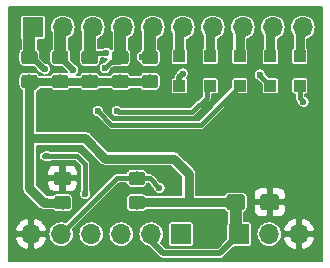
<source format=gbr>
G04 #@! TF.GenerationSoftware,KiCad,Pcbnew,5.1.2-f72e74a~84~ubuntu18.04.1*
G04 #@! TF.CreationDate,2019-06-19T14:53:36+07:00*
G04 #@! TF.ProjectId,serial_matrix_keyboard_shild,73657269-616c-45f6-9d61-747269785f6b,rev?*
G04 #@! TF.SameCoordinates,Original*
G04 #@! TF.FileFunction,Copper,L2,Bot*
G04 #@! TF.FilePolarity,Positive*
%FSLAX46Y46*%
G04 Gerber Fmt 4.6, Leading zero omitted, Abs format (unit mm)*
G04 Created by KiCad (PCBNEW 5.1.2-f72e74a~84~ubuntu18.04.1) date 2019-06-19 14:53:36*
%MOMM*%
%LPD*%
G04 APERTURE LIST*
%ADD10C,0.100000*%
%ADD11C,1.150000*%
%ADD12C,1.350000*%
%ADD13R,1.000000X1.000000*%
%ADD14R,1.700000X1.700000*%
%ADD15O,1.700000X1.700000*%
%ADD16C,0.600000*%
%ADD17C,0.500000*%
%ADD18C,0.400000*%
%ADD19C,1.000000*%
%ADD20C,0.800000*%
%ADD21C,0.700000*%
%ADD22C,0.150000*%
G04 APERTURE END LIST*
D10*
G36*
X202274505Y-99201204D02*
G01*
X202298773Y-99204804D01*
X202322572Y-99210765D01*
X202345671Y-99219030D01*
X202367850Y-99229520D01*
X202388893Y-99242132D01*
X202408599Y-99256747D01*
X202426777Y-99273223D01*
X202443253Y-99291401D01*
X202457868Y-99311107D01*
X202470480Y-99332150D01*
X202480970Y-99354329D01*
X202489235Y-99377428D01*
X202495196Y-99401227D01*
X202498796Y-99425495D01*
X202500000Y-99449999D01*
X202500000Y-100100001D01*
X202498796Y-100124505D01*
X202495196Y-100148773D01*
X202489235Y-100172572D01*
X202480970Y-100195671D01*
X202470480Y-100217850D01*
X202457868Y-100238893D01*
X202443253Y-100258599D01*
X202426777Y-100276777D01*
X202408599Y-100293253D01*
X202388893Y-100307868D01*
X202367850Y-100320480D01*
X202345671Y-100330970D01*
X202322572Y-100339235D01*
X202298773Y-100345196D01*
X202274505Y-100348796D01*
X202250001Y-100350000D01*
X201349999Y-100350000D01*
X201325495Y-100348796D01*
X201301227Y-100345196D01*
X201277428Y-100339235D01*
X201254329Y-100330970D01*
X201232150Y-100320480D01*
X201211107Y-100307868D01*
X201191401Y-100293253D01*
X201173223Y-100276777D01*
X201156747Y-100258599D01*
X201142132Y-100238893D01*
X201129520Y-100217850D01*
X201119030Y-100195671D01*
X201110765Y-100172572D01*
X201104804Y-100148773D01*
X201101204Y-100124505D01*
X201100000Y-100100001D01*
X201100000Y-99449999D01*
X201101204Y-99425495D01*
X201104804Y-99401227D01*
X201110765Y-99377428D01*
X201119030Y-99354329D01*
X201129520Y-99332150D01*
X201142132Y-99311107D01*
X201156747Y-99291401D01*
X201173223Y-99273223D01*
X201191401Y-99256747D01*
X201211107Y-99242132D01*
X201232150Y-99229520D01*
X201254329Y-99219030D01*
X201277428Y-99210765D01*
X201301227Y-99204804D01*
X201325495Y-99201204D01*
X201349999Y-99200000D01*
X202250001Y-99200000D01*
X202274505Y-99201204D01*
X202274505Y-99201204D01*
G37*
D11*
X201800000Y-99775000D03*
D10*
G36*
X202274505Y-101251204D02*
G01*
X202298773Y-101254804D01*
X202322572Y-101260765D01*
X202345671Y-101269030D01*
X202367850Y-101279520D01*
X202388893Y-101292132D01*
X202408599Y-101306747D01*
X202426777Y-101323223D01*
X202443253Y-101341401D01*
X202457868Y-101361107D01*
X202470480Y-101382150D01*
X202480970Y-101404329D01*
X202489235Y-101427428D01*
X202495196Y-101451227D01*
X202498796Y-101475495D01*
X202500000Y-101499999D01*
X202500000Y-102150001D01*
X202498796Y-102174505D01*
X202495196Y-102198773D01*
X202489235Y-102222572D01*
X202480970Y-102245671D01*
X202470480Y-102267850D01*
X202457868Y-102288893D01*
X202443253Y-102308599D01*
X202426777Y-102326777D01*
X202408599Y-102343253D01*
X202388893Y-102357868D01*
X202367850Y-102370480D01*
X202345671Y-102380970D01*
X202322572Y-102389235D01*
X202298773Y-102395196D01*
X202274505Y-102398796D01*
X202250001Y-102400000D01*
X201349999Y-102400000D01*
X201325495Y-102398796D01*
X201301227Y-102395196D01*
X201277428Y-102389235D01*
X201254329Y-102380970D01*
X201232150Y-102370480D01*
X201211107Y-102357868D01*
X201191401Y-102343253D01*
X201173223Y-102326777D01*
X201156747Y-102308599D01*
X201142132Y-102288893D01*
X201129520Y-102267850D01*
X201119030Y-102245671D01*
X201110765Y-102222572D01*
X201104804Y-102198773D01*
X201101204Y-102174505D01*
X201100000Y-102150001D01*
X201100000Y-101499999D01*
X201101204Y-101475495D01*
X201104804Y-101451227D01*
X201110765Y-101427428D01*
X201119030Y-101404329D01*
X201129520Y-101382150D01*
X201142132Y-101361107D01*
X201156747Y-101341401D01*
X201173223Y-101323223D01*
X201191401Y-101306747D01*
X201211107Y-101292132D01*
X201232150Y-101279520D01*
X201254329Y-101269030D01*
X201277428Y-101260765D01*
X201301227Y-101254804D01*
X201325495Y-101251204D01*
X201349999Y-101250000D01*
X202250001Y-101250000D01*
X202274505Y-101251204D01*
X202274505Y-101251204D01*
G37*
D11*
X201800000Y-101825000D03*
D10*
G36*
X217024505Y-101126204D02*
G01*
X217048773Y-101129804D01*
X217072572Y-101135765D01*
X217095671Y-101144030D01*
X217117850Y-101154520D01*
X217138893Y-101167132D01*
X217158599Y-101181747D01*
X217176777Y-101198223D01*
X217193253Y-101216401D01*
X217207868Y-101236107D01*
X217220480Y-101257150D01*
X217230970Y-101279329D01*
X217239235Y-101302428D01*
X217245196Y-101326227D01*
X217248796Y-101350495D01*
X217250000Y-101374999D01*
X217250000Y-102225001D01*
X217248796Y-102249505D01*
X217245196Y-102273773D01*
X217239235Y-102297572D01*
X217230970Y-102320671D01*
X217220480Y-102342850D01*
X217207868Y-102363893D01*
X217193253Y-102383599D01*
X217176777Y-102401777D01*
X217158599Y-102418253D01*
X217138893Y-102432868D01*
X217117850Y-102445480D01*
X217095671Y-102455970D01*
X217072572Y-102464235D01*
X217048773Y-102470196D01*
X217024505Y-102473796D01*
X217000001Y-102475000D01*
X215924999Y-102475000D01*
X215900495Y-102473796D01*
X215876227Y-102470196D01*
X215852428Y-102464235D01*
X215829329Y-102455970D01*
X215807150Y-102445480D01*
X215786107Y-102432868D01*
X215766401Y-102418253D01*
X215748223Y-102401777D01*
X215731747Y-102383599D01*
X215717132Y-102363893D01*
X215704520Y-102342850D01*
X215694030Y-102320671D01*
X215685765Y-102297572D01*
X215679804Y-102273773D01*
X215676204Y-102249505D01*
X215675000Y-102225001D01*
X215675000Y-101374999D01*
X215676204Y-101350495D01*
X215679804Y-101326227D01*
X215685765Y-101302428D01*
X215694030Y-101279329D01*
X215704520Y-101257150D01*
X215717132Y-101236107D01*
X215731747Y-101216401D01*
X215748223Y-101198223D01*
X215766401Y-101181747D01*
X215786107Y-101167132D01*
X215807150Y-101154520D01*
X215829329Y-101144030D01*
X215852428Y-101135765D01*
X215876227Y-101129804D01*
X215900495Y-101126204D01*
X215924999Y-101125000D01*
X217000001Y-101125000D01*
X217024505Y-101126204D01*
X217024505Y-101126204D01*
G37*
D12*
X216462500Y-101800000D03*
D10*
G36*
X219899505Y-101126204D02*
G01*
X219923773Y-101129804D01*
X219947572Y-101135765D01*
X219970671Y-101144030D01*
X219992850Y-101154520D01*
X220013893Y-101167132D01*
X220033599Y-101181747D01*
X220051777Y-101198223D01*
X220068253Y-101216401D01*
X220082868Y-101236107D01*
X220095480Y-101257150D01*
X220105970Y-101279329D01*
X220114235Y-101302428D01*
X220120196Y-101326227D01*
X220123796Y-101350495D01*
X220125000Y-101374999D01*
X220125000Y-102225001D01*
X220123796Y-102249505D01*
X220120196Y-102273773D01*
X220114235Y-102297572D01*
X220105970Y-102320671D01*
X220095480Y-102342850D01*
X220082868Y-102363893D01*
X220068253Y-102383599D01*
X220051777Y-102401777D01*
X220033599Y-102418253D01*
X220013893Y-102432868D01*
X219992850Y-102445480D01*
X219970671Y-102455970D01*
X219947572Y-102464235D01*
X219923773Y-102470196D01*
X219899505Y-102473796D01*
X219875001Y-102475000D01*
X218799999Y-102475000D01*
X218775495Y-102473796D01*
X218751227Y-102470196D01*
X218727428Y-102464235D01*
X218704329Y-102455970D01*
X218682150Y-102445480D01*
X218661107Y-102432868D01*
X218641401Y-102418253D01*
X218623223Y-102401777D01*
X218606747Y-102383599D01*
X218592132Y-102363893D01*
X218579520Y-102342850D01*
X218569030Y-102320671D01*
X218560765Y-102297572D01*
X218554804Y-102273773D01*
X218551204Y-102249505D01*
X218550000Y-102225001D01*
X218550000Y-101374999D01*
X218551204Y-101350495D01*
X218554804Y-101326227D01*
X218560765Y-101302428D01*
X218569030Y-101279329D01*
X218579520Y-101257150D01*
X218592132Y-101236107D01*
X218606747Y-101216401D01*
X218623223Y-101198223D01*
X218641401Y-101181747D01*
X218661107Y-101167132D01*
X218682150Y-101154520D01*
X218704329Y-101144030D01*
X218727428Y-101135765D01*
X218751227Y-101129804D01*
X218775495Y-101126204D01*
X218799999Y-101125000D01*
X219875001Y-101125000D01*
X219899505Y-101126204D01*
X219899505Y-101126204D01*
G37*
D12*
X219337500Y-101800000D03*
D13*
X211700000Y-91950000D03*
X211700000Y-89450000D03*
X214300000Y-89450000D03*
X214300000Y-91950000D03*
X216800000Y-91950000D03*
X216800000Y-89450000D03*
X219400000Y-89450000D03*
X219400000Y-91950000D03*
X221900000Y-91950000D03*
X221900000Y-89450000D03*
D14*
X216760000Y-104500000D03*
D15*
X219300000Y-104500000D03*
X221840000Y-104500000D03*
D14*
X211840000Y-104500000D03*
D15*
X209300000Y-104500000D03*
X206760000Y-104500000D03*
X204220000Y-104500000D03*
X201680000Y-104500000D03*
X199140000Y-104500000D03*
D14*
X199300000Y-87000000D03*
D15*
X201840000Y-87000000D03*
X204380000Y-87000000D03*
X206920000Y-87000000D03*
X209460000Y-87000000D03*
X212000000Y-87000000D03*
X214540000Y-87000000D03*
X217080000Y-87000000D03*
X219620000Y-87000000D03*
X222160000Y-87000000D03*
D10*
G36*
X208574505Y-101251204D02*
G01*
X208598773Y-101254804D01*
X208622572Y-101260765D01*
X208645671Y-101269030D01*
X208667850Y-101279520D01*
X208688893Y-101292132D01*
X208708599Y-101306747D01*
X208726777Y-101323223D01*
X208743253Y-101341401D01*
X208757868Y-101361107D01*
X208770480Y-101382150D01*
X208780970Y-101404329D01*
X208789235Y-101427428D01*
X208795196Y-101451227D01*
X208798796Y-101475495D01*
X208800000Y-101499999D01*
X208800000Y-102150001D01*
X208798796Y-102174505D01*
X208795196Y-102198773D01*
X208789235Y-102222572D01*
X208780970Y-102245671D01*
X208770480Y-102267850D01*
X208757868Y-102288893D01*
X208743253Y-102308599D01*
X208726777Y-102326777D01*
X208708599Y-102343253D01*
X208688893Y-102357868D01*
X208667850Y-102370480D01*
X208645671Y-102380970D01*
X208622572Y-102389235D01*
X208598773Y-102395196D01*
X208574505Y-102398796D01*
X208550001Y-102400000D01*
X207649999Y-102400000D01*
X207625495Y-102398796D01*
X207601227Y-102395196D01*
X207577428Y-102389235D01*
X207554329Y-102380970D01*
X207532150Y-102370480D01*
X207511107Y-102357868D01*
X207491401Y-102343253D01*
X207473223Y-102326777D01*
X207456747Y-102308599D01*
X207442132Y-102288893D01*
X207429520Y-102267850D01*
X207419030Y-102245671D01*
X207410765Y-102222572D01*
X207404804Y-102198773D01*
X207401204Y-102174505D01*
X207400000Y-102150001D01*
X207400000Y-101499999D01*
X207401204Y-101475495D01*
X207404804Y-101451227D01*
X207410765Y-101427428D01*
X207419030Y-101404329D01*
X207429520Y-101382150D01*
X207442132Y-101361107D01*
X207456747Y-101341401D01*
X207473223Y-101323223D01*
X207491401Y-101306747D01*
X207511107Y-101292132D01*
X207532150Y-101279520D01*
X207554329Y-101269030D01*
X207577428Y-101260765D01*
X207601227Y-101254804D01*
X207625495Y-101251204D01*
X207649999Y-101250000D01*
X208550001Y-101250000D01*
X208574505Y-101251204D01*
X208574505Y-101251204D01*
G37*
D11*
X208100000Y-101825000D03*
D10*
G36*
X208574505Y-99201204D02*
G01*
X208598773Y-99204804D01*
X208622572Y-99210765D01*
X208645671Y-99219030D01*
X208667850Y-99229520D01*
X208688893Y-99242132D01*
X208708599Y-99256747D01*
X208726777Y-99273223D01*
X208743253Y-99291401D01*
X208757868Y-99311107D01*
X208770480Y-99332150D01*
X208780970Y-99354329D01*
X208789235Y-99377428D01*
X208795196Y-99401227D01*
X208798796Y-99425495D01*
X208800000Y-99449999D01*
X208800000Y-100100001D01*
X208798796Y-100124505D01*
X208795196Y-100148773D01*
X208789235Y-100172572D01*
X208780970Y-100195671D01*
X208770480Y-100217850D01*
X208757868Y-100238893D01*
X208743253Y-100258599D01*
X208726777Y-100276777D01*
X208708599Y-100293253D01*
X208688893Y-100307868D01*
X208667850Y-100320480D01*
X208645671Y-100330970D01*
X208622572Y-100339235D01*
X208598773Y-100345196D01*
X208574505Y-100348796D01*
X208550001Y-100350000D01*
X207649999Y-100350000D01*
X207625495Y-100348796D01*
X207601227Y-100345196D01*
X207577428Y-100339235D01*
X207554329Y-100330970D01*
X207532150Y-100320480D01*
X207511107Y-100307868D01*
X207491401Y-100293253D01*
X207473223Y-100276777D01*
X207456747Y-100258599D01*
X207442132Y-100238893D01*
X207429520Y-100217850D01*
X207419030Y-100195671D01*
X207410765Y-100172572D01*
X207404804Y-100148773D01*
X207401204Y-100124505D01*
X207400000Y-100100001D01*
X207400000Y-99449999D01*
X207401204Y-99425495D01*
X207404804Y-99401227D01*
X207410765Y-99377428D01*
X207419030Y-99354329D01*
X207429520Y-99332150D01*
X207442132Y-99311107D01*
X207456747Y-99291401D01*
X207473223Y-99273223D01*
X207491401Y-99256747D01*
X207511107Y-99242132D01*
X207532150Y-99229520D01*
X207554329Y-99219030D01*
X207577428Y-99210765D01*
X207601227Y-99204804D01*
X207625495Y-99201204D01*
X207649999Y-99200000D01*
X208550001Y-99200000D01*
X208574505Y-99201204D01*
X208574505Y-99201204D01*
G37*
D11*
X208100000Y-99775000D03*
D10*
G36*
X199474505Y-91001204D02*
G01*
X199498773Y-91004804D01*
X199522572Y-91010765D01*
X199545671Y-91019030D01*
X199567850Y-91029520D01*
X199588893Y-91042132D01*
X199608599Y-91056747D01*
X199626777Y-91073223D01*
X199643253Y-91091401D01*
X199657868Y-91111107D01*
X199670480Y-91132150D01*
X199680970Y-91154329D01*
X199689235Y-91177428D01*
X199695196Y-91201227D01*
X199698796Y-91225495D01*
X199700000Y-91249999D01*
X199700000Y-91900001D01*
X199698796Y-91924505D01*
X199695196Y-91948773D01*
X199689235Y-91972572D01*
X199680970Y-91995671D01*
X199670480Y-92017850D01*
X199657868Y-92038893D01*
X199643253Y-92058599D01*
X199626777Y-92076777D01*
X199608599Y-92093253D01*
X199588893Y-92107868D01*
X199567850Y-92120480D01*
X199545671Y-92130970D01*
X199522572Y-92139235D01*
X199498773Y-92145196D01*
X199474505Y-92148796D01*
X199450001Y-92150000D01*
X198549999Y-92150000D01*
X198525495Y-92148796D01*
X198501227Y-92145196D01*
X198477428Y-92139235D01*
X198454329Y-92130970D01*
X198432150Y-92120480D01*
X198411107Y-92107868D01*
X198391401Y-92093253D01*
X198373223Y-92076777D01*
X198356747Y-92058599D01*
X198342132Y-92038893D01*
X198329520Y-92017850D01*
X198319030Y-91995671D01*
X198310765Y-91972572D01*
X198304804Y-91948773D01*
X198301204Y-91924505D01*
X198300000Y-91900001D01*
X198300000Y-91249999D01*
X198301204Y-91225495D01*
X198304804Y-91201227D01*
X198310765Y-91177428D01*
X198319030Y-91154329D01*
X198329520Y-91132150D01*
X198342132Y-91111107D01*
X198356747Y-91091401D01*
X198373223Y-91073223D01*
X198391401Y-91056747D01*
X198411107Y-91042132D01*
X198432150Y-91029520D01*
X198454329Y-91019030D01*
X198477428Y-91010765D01*
X198501227Y-91004804D01*
X198525495Y-91001204D01*
X198549999Y-91000000D01*
X199450001Y-91000000D01*
X199474505Y-91001204D01*
X199474505Y-91001204D01*
G37*
D11*
X199000000Y-91575000D03*
D10*
G36*
X199474505Y-88951204D02*
G01*
X199498773Y-88954804D01*
X199522572Y-88960765D01*
X199545671Y-88969030D01*
X199567850Y-88979520D01*
X199588893Y-88992132D01*
X199608599Y-89006747D01*
X199626777Y-89023223D01*
X199643253Y-89041401D01*
X199657868Y-89061107D01*
X199670480Y-89082150D01*
X199680970Y-89104329D01*
X199689235Y-89127428D01*
X199695196Y-89151227D01*
X199698796Y-89175495D01*
X199700000Y-89199999D01*
X199700000Y-89850001D01*
X199698796Y-89874505D01*
X199695196Y-89898773D01*
X199689235Y-89922572D01*
X199680970Y-89945671D01*
X199670480Y-89967850D01*
X199657868Y-89988893D01*
X199643253Y-90008599D01*
X199626777Y-90026777D01*
X199608599Y-90043253D01*
X199588893Y-90057868D01*
X199567850Y-90070480D01*
X199545671Y-90080970D01*
X199522572Y-90089235D01*
X199498773Y-90095196D01*
X199474505Y-90098796D01*
X199450001Y-90100000D01*
X198549999Y-90100000D01*
X198525495Y-90098796D01*
X198501227Y-90095196D01*
X198477428Y-90089235D01*
X198454329Y-90080970D01*
X198432150Y-90070480D01*
X198411107Y-90057868D01*
X198391401Y-90043253D01*
X198373223Y-90026777D01*
X198356747Y-90008599D01*
X198342132Y-89988893D01*
X198329520Y-89967850D01*
X198319030Y-89945671D01*
X198310765Y-89922572D01*
X198304804Y-89898773D01*
X198301204Y-89874505D01*
X198300000Y-89850001D01*
X198300000Y-89199999D01*
X198301204Y-89175495D01*
X198304804Y-89151227D01*
X198310765Y-89127428D01*
X198319030Y-89104329D01*
X198329520Y-89082150D01*
X198342132Y-89061107D01*
X198356747Y-89041401D01*
X198373223Y-89023223D01*
X198391401Y-89006747D01*
X198411107Y-88992132D01*
X198432150Y-88979520D01*
X198454329Y-88969030D01*
X198477428Y-88960765D01*
X198501227Y-88954804D01*
X198525495Y-88951204D01*
X198549999Y-88950000D01*
X199450001Y-88950000D01*
X199474505Y-88951204D01*
X199474505Y-88951204D01*
G37*
D11*
X199000000Y-89525000D03*
D10*
G36*
X202074505Y-88951204D02*
G01*
X202098773Y-88954804D01*
X202122572Y-88960765D01*
X202145671Y-88969030D01*
X202167850Y-88979520D01*
X202188893Y-88992132D01*
X202208599Y-89006747D01*
X202226777Y-89023223D01*
X202243253Y-89041401D01*
X202257868Y-89061107D01*
X202270480Y-89082150D01*
X202280970Y-89104329D01*
X202289235Y-89127428D01*
X202295196Y-89151227D01*
X202298796Y-89175495D01*
X202300000Y-89199999D01*
X202300000Y-89850001D01*
X202298796Y-89874505D01*
X202295196Y-89898773D01*
X202289235Y-89922572D01*
X202280970Y-89945671D01*
X202270480Y-89967850D01*
X202257868Y-89988893D01*
X202243253Y-90008599D01*
X202226777Y-90026777D01*
X202208599Y-90043253D01*
X202188893Y-90057868D01*
X202167850Y-90070480D01*
X202145671Y-90080970D01*
X202122572Y-90089235D01*
X202098773Y-90095196D01*
X202074505Y-90098796D01*
X202050001Y-90100000D01*
X201149999Y-90100000D01*
X201125495Y-90098796D01*
X201101227Y-90095196D01*
X201077428Y-90089235D01*
X201054329Y-90080970D01*
X201032150Y-90070480D01*
X201011107Y-90057868D01*
X200991401Y-90043253D01*
X200973223Y-90026777D01*
X200956747Y-90008599D01*
X200942132Y-89988893D01*
X200929520Y-89967850D01*
X200919030Y-89945671D01*
X200910765Y-89922572D01*
X200904804Y-89898773D01*
X200901204Y-89874505D01*
X200900000Y-89850001D01*
X200900000Y-89199999D01*
X200901204Y-89175495D01*
X200904804Y-89151227D01*
X200910765Y-89127428D01*
X200919030Y-89104329D01*
X200929520Y-89082150D01*
X200942132Y-89061107D01*
X200956747Y-89041401D01*
X200973223Y-89023223D01*
X200991401Y-89006747D01*
X201011107Y-88992132D01*
X201032150Y-88979520D01*
X201054329Y-88969030D01*
X201077428Y-88960765D01*
X201101227Y-88954804D01*
X201125495Y-88951204D01*
X201149999Y-88950000D01*
X202050001Y-88950000D01*
X202074505Y-88951204D01*
X202074505Y-88951204D01*
G37*
D11*
X201600000Y-89525000D03*
D10*
G36*
X202074505Y-91001204D02*
G01*
X202098773Y-91004804D01*
X202122572Y-91010765D01*
X202145671Y-91019030D01*
X202167850Y-91029520D01*
X202188893Y-91042132D01*
X202208599Y-91056747D01*
X202226777Y-91073223D01*
X202243253Y-91091401D01*
X202257868Y-91111107D01*
X202270480Y-91132150D01*
X202280970Y-91154329D01*
X202289235Y-91177428D01*
X202295196Y-91201227D01*
X202298796Y-91225495D01*
X202300000Y-91249999D01*
X202300000Y-91900001D01*
X202298796Y-91924505D01*
X202295196Y-91948773D01*
X202289235Y-91972572D01*
X202280970Y-91995671D01*
X202270480Y-92017850D01*
X202257868Y-92038893D01*
X202243253Y-92058599D01*
X202226777Y-92076777D01*
X202208599Y-92093253D01*
X202188893Y-92107868D01*
X202167850Y-92120480D01*
X202145671Y-92130970D01*
X202122572Y-92139235D01*
X202098773Y-92145196D01*
X202074505Y-92148796D01*
X202050001Y-92150000D01*
X201149999Y-92150000D01*
X201125495Y-92148796D01*
X201101227Y-92145196D01*
X201077428Y-92139235D01*
X201054329Y-92130970D01*
X201032150Y-92120480D01*
X201011107Y-92107868D01*
X200991401Y-92093253D01*
X200973223Y-92076777D01*
X200956747Y-92058599D01*
X200942132Y-92038893D01*
X200929520Y-92017850D01*
X200919030Y-91995671D01*
X200910765Y-91972572D01*
X200904804Y-91948773D01*
X200901204Y-91924505D01*
X200900000Y-91900001D01*
X200900000Y-91249999D01*
X200901204Y-91225495D01*
X200904804Y-91201227D01*
X200910765Y-91177428D01*
X200919030Y-91154329D01*
X200929520Y-91132150D01*
X200942132Y-91111107D01*
X200956747Y-91091401D01*
X200973223Y-91073223D01*
X200991401Y-91056747D01*
X201011107Y-91042132D01*
X201032150Y-91029520D01*
X201054329Y-91019030D01*
X201077428Y-91010765D01*
X201101227Y-91004804D01*
X201125495Y-91001204D01*
X201149999Y-91000000D01*
X202050001Y-91000000D01*
X202074505Y-91001204D01*
X202074505Y-91001204D01*
G37*
D11*
X201600000Y-91575000D03*
D10*
G36*
X204574505Y-91001204D02*
G01*
X204598773Y-91004804D01*
X204622572Y-91010765D01*
X204645671Y-91019030D01*
X204667850Y-91029520D01*
X204688893Y-91042132D01*
X204708599Y-91056747D01*
X204726777Y-91073223D01*
X204743253Y-91091401D01*
X204757868Y-91111107D01*
X204770480Y-91132150D01*
X204780970Y-91154329D01*
X204789235Y-91177428D01*
X204795196Y-91201227D01*
X204798796Y-91225495D01*
X204800000Y-91249999D01*
X204800000Y-91900001D01*
X204798796Y-91924505D01*
X204795196Y-91948773D01*
X204789235Y-91972572D01*
X204780970Y-91995671D01*
X204770480Y-92017850D01*
X204757868Y-92038893D01*
X204743253Y-92058599D01*
X204726777Y-92076777D01*
X204708599Y-92093253D01*
X204688893Y-92107868D01*
X204667850Y-92120480D01*
X204645671Y-92130970D01*
X204622572Y-92139235D01*
X204598773Y-92145196D01*
X204574505Y-92148796D01*
X204550001Y-92150000D01*
X203649999Y-92150000D01*
X203625495Y-92148796D01*
X203601227Y-92145196D01*
X203577428Y-92139235D01*
X203554329Y-92130970D01*
X203532150Y-92120480D01*
X203511107Y-92107868D01*
X203491401Y-92093253D01*
X203473223Y-92076777D01*
X203456747Y-92058599D01*
X203442132Y-92038893D01*
X203429520Y-92017850D01*
X203419030Y-91995671D01*
X203410765Y-91972572D01*
X203404804Y-91948773D01*
X203401204Y-91924505D01*
X203400000Y-91900001D01*
X203400000Y-91249999D01*
X203401204Y-91225495D01*
X203404804Y-91201227D01*
X203410765Y-91177428D01*
X203419030Y-91154329D01*
X203429520Y-91132150D01*
X203442132Y-91111107D01*
X203456747Y-91091401D01*
X203473223Y-91073223D01*
X203491401Y-91056747D01*
X203511107Y-91042132D01*
X203532150Y-91029520D01*
X203554329Y-91019030D01*
X203577428Y-91010765D01*
X203601227Y-91004804D01*
X203625495Y-91001204D01*
X203649999Y-91000000D01*
X204550001Y-91000000D01*
X204574505Y-91001204D01*
X204574505Y-91001204D01*
G37*
D11*
X204100000Y-91575000D03*
D10*
G36*
X204574505Y-88951204D02*
G01*
X204598773Y-88954804D01*
X204622572Y-88960765D01*
X204645671Y-88969030D01*
X204667850Y-88979520D01*
X204688893Y-88992132D01*
X204708599Y-89006747D01*
X204726777Y-89023223D01*
X204743253Y-89041401D01*
X204757868Y-89061107D01*
X204770480Y-89082150D01*
X204780970Y-89104329D01*
X204789235Y-89127428D01*
X204795196Y-89151227D01*
X204798796Y-89175495D01*
X204800000Y-89199999D01*
X204800000Y-89850001D01*
X204798796Y-89874505D01*
X204795196Y-89898773D01*
X204789235Y-89922572D01*
X204780970Y-89945671D01*
X204770480Y-89967850D01*
X204757868Y-89988893D01*
X204743253Y-90008599D01*
X204726777Y-90026777D01*
X204708599Y-90043253D01*
X204688893Y-90057868D01*
X204667850Y-90070480D01*
X204645671Y-90080970D01*
X204622572Y-90089235D01*
X204598773Y-90095196D01*
X204574505Y-90098796D01*
X204550001Y-90100000D01*
X203649999Y-90100000D01*
X203625495Y-90098796D01*
X203601227Y-90095196D01*
X203577428Y-90089235D01*
X203554329Y-90080970D01*
X203532150Y-90070480D01*
X203511107Y-90057868D01*
X203491401Y-90043253D01*
X203473223Y-90026777D01*
X203456747Y-90008599D01*
X203442132Y-89988893D01*
X203429520Y-89967850D01*
X203419030Y-89945671D01*
X203410765Y-89922572D01*
X203404804Y-89898773D01*
X203401204Y-89874505D01*
X203400000Y-89850001D01*
X203400000Y-89199999D01*
X203401204Y-89175495D01*
X203404804Y-89151227D01*
X203410765Y-89127428D01*
X203419030Y-89104329D01*
X203429520Y-89082150D01*
X203442132Y-89061107D01*
X203456747Y-89041401D01*
X203473223Y-89023223D01*
X203491401Y-89006747D01*
X203511107Y-88992132D01*
X203532150Y-88979520D01*
X203554329Y-88969030D01*
X203577428Y-88960765D01*
X203601227Y-88954804D01*
X203625495Y-88951204D01*
X203649999Y-88950000D01*
X204550001Y-88950000D01*
X204574505Y-88951204D01*
X204574505Y-88951204D01*
G37*
D11*
X204100000Y-89525000D03*
D10*
G36*
X207174505Y-88951204D02*
G01*
X207198773Y-88954804D01*
X207222572Y-88960765D01*
X207245671Y-88969030D01*
X207267850Y-88979520D01*
X207288893Y-88992132D01*
X207308599Y-89006747D01*
X207326777Y-89023223D01*
X207343253Y-89041401D01*
X207357868Y-89061107D01*
X207370480Y-89082150D01*
X207380970Y-89104329D01*
X207389235Y-89127428D01*
X207395196Y-89151227D01*
X207398796Y-89175495D01*
X207400000Y-89199999D01*
X207400000Y-89850001D01*
X207398796Y-89874505D01*
X207395196Y-89898773D01*
X207389235Y-89922572D01*
X207380970Y-89945671D01*
X207370480Y-89967850D01*
X207357868Y-89988893D01*
X207343253Y-90008599D01*
X207326777Y-90026777D01*
X207308599Y-90043253D01*
X207288893Y-90057868D01*
X207267850Y-90070480D01*
X207245671Y-90080970D01*
X207222572Y-90089235D01*
X207198773Y-90095196D01*
X207174505Y-90098796D01*
X207150001Y-90100000D01*
X206249999Y-90100000D01*
X206225495Y-90098796D01*
X206201227Y-90095196D01*
X206177428Y-90089235D01*
X206154329Y-90080970D01*
X206132150Y-90070480D01*
X206111107Y-90057868D01*
X206091401Y-90043253D01*
X206073223Y-90026777D01*
X206056747Y-90008599D01*
X206042132Y-89988893D01*
X206029520Y-89967850D01*
X206019030Y-89945671D01*
X206010765Y-89922572D01*
X206004804Y-89898773D01*
X206001204Y-89874505D01*
X206000000Y-89850001D01*
X206000000Y-89199999D01*
X206001204Y-89175495D01*
X206004804Y-89151227D01*
X206010765Y-89127428D01*
X206019030Y-89104329D01*
X206029520Y-89082150D01*
X206042132Y-89061107D01*
X206056747Y-89041401D01*
X206073223Y-89023223D01*
X206091401Y-89006747D01*
X206111107Y-88992132D01*
X206132150Y-88979520D01*
X206154329Y-88969030D01*
X206177428Y-88960765D01*
X206201227Y-88954804D01*
X206225495Y-88951204D01*
X206249999Y-88950000D01*
X207150001Y-88950000D01*
X207174505Y-88951204D01*
X207174505Y-88951204D01*
G37*
D11*
X206700000Y-89525000D03*
D10*
G36*
X207174505Y-91001204D02*
G01*
X207198773Y-91004804D01*
X207222572Y-91010765D01*
X207245671Y-91019030D01*
X207267850Y-91029520D01*
X207288893Y-91042132D01*
X207308599Y-91056747D01*
X207326777Y-91073223D01*
X207343253Y-91091401D01*
X207357868Y-91111107D01*
X207370480Y-91132150D01*
X207380970Y-91154329D01*
X207389235Y-91177428D01*
X207395196Y-91201227D01*
X207398796Y-91225495D01*
X207400000Y-91249999D01*
X207400000Y-91900001D01*
X207398796Y-91924505D01*
X207395196Y-91948773D01*
X207389235Y-91972572D01*
X207380970Y-91995671D01*
X207370480Y-92017850D01*
X207357868Y-92038893D01*
X207343253Y-92058599D01*
X207326777Y-92076777D01*
X207308599Y-92093253D01*
X207288893Y-92107868D01*
X207267850Y-92120480D01*
X207245671Y-92130970D01*
X207222572Y-92139235D01*
X207198773Y-92145196D01*
X207174505Y-92148796D01*
X207150001Y-92150000D01*
X206249999Y-92150000D01*
X206225495Y-92148796D01*
X206201227Y-92145196D01*
X206177428Y-92139235D01*
X206154329Y-92130970D01*
X206132150Y-92120480D01*
X206111107Y-92107868D01*
X206091401Y-92093253D01*
X206073223Y-92076777D01*
X206056747Y-92058599D01*
X206042132Y-92038893D01*
X206029520Y-92017850D01*
X206019030Y-91995671D01*
X206010765Y-91972572D01*
X206004804Y-91948773D01*
X206001204Y-91924505D01*
X206000000Y-91900001D01*
X206000000Y-91249999D01*
X206001204Y-91225495D01*
X206004804Y-91201227D01*
X206010765Y-91177428D01*
X206019030Y-91154329D01*
X206029520Y-91132150D01*
X206042132Y-91111107D01*
X206056747Y-91091401D01*
X206073223Y-91073223D01*
X206091401Y-91056747D01*
X206111107Y-91042132D01*
X206132150Y-91029520D01*
X206154329Y-91019030D01*
X206177428Y-91010765D01*
X206201227Y-91004804D01*
X206225495Y-91001204D01*
X206249999Y-91000000D01*
X207150001Y-91000000D01*
X207174505Y-91001204D01*
X207174505Y-91001204D01*
G37*
D11*
X206700000Y-91575000D03*
D10*
G36*
X209674505Y-91001204D02*
G01*
X209698773Y-91004804D01*
X209722572Y-91010765D01*
X209745671Y-91019030D01*
X209767850Y-91029520D01*
X209788893Y-91042132D01*
X209808599Y-91056747D01*
X209826777Y-91073223D01*
X209843253Y-91091401D01*
X209857868Y-91111107D01*
X209870480Y-91132150D01*
X209880970Y-91154329D01*
X209889235Y-91177428D01*
X209895196Y-91201227D01*
X209898796Y-91225495D01*
X209900000Y-91249999D01*
X209900000Y-91900001D01*
X209898796Y-91924505D01*
X209895196Y-91948773D01*
X209889235Y-91972572D01*
X209880970Y-91995671D01*
X209870480Y-92017850D01*
X209857868Y-92038893D01*
X209843253Y-92058599D01*
X209826777Y-92076777D01*
X209808599Y-92093253D01*
X209788893Y-92107868D01*
X209767850Y-92120480D01*
X209745671Y-92130970D01*
X209722572Y-92139235D01*
X209698773Y-92145196D01*
X209674505Y-92148796D01*
X209650001Y-92150000D01*
X208749999Y-92150000D01*
X208725495Y-92148796D01*
X208701227Y-92145196D01*
X208677428Y-92139235D01*
X208654329Y-92130970D01*
X208632150Y-92120480D01*
X208611107Y-92107868D01*
X208591401Y-92093253D01*
X208573223Y-92076777D01*
X208556747Y-92058599D01*
X208542132Y-92038893D01*
X208529520Y-92017850D01*
X208519030Y-91995671D01*
X208510765Y-91972572D01*
X208504804Y-91948773D01*
X208501204Y-91924505D01*
X208500000Y-91900001D01*
X208500000Y-91249999D01*
X208501204Y-91225495D01*
X208504804Y-91201227D01*
X208510765Y-91177428D01*
X208519030Y-91154329D01*
X208529520Y-91132150D01*
X208542132Y-91111107D01*
X208556747Y-91091401D01*
X208573223Y-91073223D01*
X208591401Y-91056747D01*
X208611107Y-91042132D01*
X208632150Y-91029520D01*
X208654329Y-91019030D01*
X208677428Y-91010765D01*
X208701227Y-91004804D01*
X208725495Y-91001204D01*
X208749999Y-91000000D01*
X209650001Y-91000000D01*
X209674505Y-91001204D01*
X209674505Y-91001204D01*
G37*
D11*
X209200000Y-91575000D03*
D10*
G36*
X209674505Y-88951204D02*
G01*
X209698773Y-88954804D01*
X209722572Y-88960765D01*
X209745671Y-88969030D01*
X209767850Y-88979520D01*
X209788893Y-88992132D01*
X209808599Y-89006747D01*
X209826777Y-89023223D01*
X209843253Y-89041401D01*
X209857868Y-89061107D01*
X209870480Y-89082150D01*
X209880970Y-89104329D01*
X209889235Y-89127428D01*
X209895196Y-89151227D01*
X209898796Y-89175495D01*
X209900000Y-89199999D01*
X209900000Y-89850001D01*
X209898796Y-89874505D01*
X209895196Y-89898773D01*
X209889235Y-89922572D01*
X209880970Y-89945671D01*
X209870480Y-89967850D01*
X209857868Y-89988893D01*
X209843253Y-90008599D01*
X209826777Y-90026777D01*
X209808599Y-90043253D01*
X209788893Y-90057868D01*
X209767850Y-90070480D01*
X209745671Y-90080970D01*
X209722572Y-90089235D01*
X209698773Y-90095196D01*
X209674505Y-90098796D01*
X209650001Y-90100000D01*
X208749999Y-90100000D01*
X208725495Y-90098796D01*
X208701227Y-90095196D01*
X208677428Y-90089235D01*
X208654329Y-90080970D01*
X208632150Y-90070480D01*
X208611107Y-90057868D01*
X208591401Y-90043253D01*
X208573223Y-90026777D01*
X208556747Y-90008599D01*
X208542132Y-89988893D01*
X208529520Y-89967850D01*
X208519030Y-89945671D01*
X208510765Y-89922572D01*
X208504804Y-89898773D01*
X208501204Y-89874505D01*
X208500000Y-89850001D01*
X208500000Y-89199999D01*
X208501204Y-89175495D01*
X208504804Y-89151227D01*
X208510765Y-89127428D01*
X208519030Y-89104329D01*
X208529520Y-89082150D01*
X208542132Y-89061107D01*
X208556747Y-89041401D01*
X208573223Y-89023223D01*
X208591401Y-89006747D01*
X208611107Y-88992132D01*
X208632150Y-88979520D01*
X208654329Y-88969030D01*
X208677428Y-88960765D01*
X208701227Y-88954804D01*
X208725495Y-88951204D01*
X208749999Y-88950000D01*
X209650001Y-88950000D01*
X209674505Y-88951204D01*
X209674505Y-88951204D01*
G37*
D11*
X209200000Y-89525000D03*
D16*
X210000000Y-100575000D03*
X200385000Y-101715000D03*
X212000000Y-90900000D03*
X206405000Y-94095000D03*
X204800000Y-94100000D03*
X218500000Y-91000000D03*
X222200000Y-93300000D03*
X200505002Y-97905000D03*
X203708000Y-101092000D03*
X200299996Y-90500000D03*
X202700000Y-90599978D03*
X205500000Y-89150010D03*
X205390000Y-90440000D03*
X208510000Y-89480000D03*
D17*
X208100000Y-99775000D02*
X208275000Y-99775000D01*
D18*
X209200000Y-99775000D02*
X210000000Y-100575000D01*
X208100000Y-99775000D02*
X209200000Y-99775000D01*
X206400000Y-99775000D02*
X208100000Y-99775000D01*
X201400000Y-104480000D02*
X201695000Y-104480000D01*
X201695000Y-104480000D02*
X206400000Y-99775000D01*
D19*
X216462500Y-104497500D02*
X216460000Y-104500000D01*
X216462500Y-101800000D02*
X216462500Y-104497500D01*
D20*
X208125000Y-101800000D02*
X208100000Y-101825000D01*
X200195000Y-101825000D02*
X200085000Y-101715000D01*
X201800000Y-101825000D02*
X200195000Y-101825000D01*
X200085000Y-101715000D02*
X199000000Y-100630000D01*
X211100000Y-101800000D02*
X208125000Y-101800000D01*
X216462500Y-101800000D02*
X212500000Y-101800000D01*
X212500000Y-101800000D02*
X211100000Y-101800000D01*
X199000000Y-96400000D02*
X199000000Y-91575000D01*
X199000000Y-100630000D02*
X199000000Y-96400000D01*
X203730000Y-96400000D02*
X199000000Y-96400000D01*
X212500000Y-101800000D02*
X212500000Y-99400000D01*
X205430000Y-98100000D02*
X203730000Y-96400000D01*
X211200000Y-98100000D02*
X205430000Y-98100000D01*
X212500000Y-99400000D02*
X211200000Y-98100000D01*
D21*
X199700000Y-91600000D02*
X209175000Y-91600000D01*
X209175000Y-91600000D02*
X209200000Y-91575000D01*
X199000000Y-91575000D02*
X199000000Y-92300000D01*
X199000000Y-92300000D02*
X199700000Y-91600000D01*
D17*
X215150000Y-106110000D02*
X216760000Y-104500000D01*
X210330000Y-106110000D02*
X215150000Y-106110000D01*
X209300000Y-104500000D02*
X209300000Y-105080000D01*
X209300000Y-105080000D02*
X210330000Y-106110000D01*
X211700000Y-91200000D02*
X212000000Y-90900000D01*
X211700000Y-91950000D02*
X211700000Y-91200000D01*
D20*
X211700000Y-89450000D02*
X211700000Y-87000000D01*
X214300000Y-87060000D02*
X214240000Y-87000000D01*
X214300000Y-89450000D02*
X214300000Y-87060000D01*
D18*
X206584264Y-94150000D02*
X206529264Y-94095000D01*
X212800000Y-94150000D02*
X206584264Y-94150000D01*
X214000000Y-92950000D02*
X212800000Y-94150000D01*
X214300000Y-91950000D02*
X214000000Y-92250000D01*
X214000000Y-92250000D02*
X214000000Y-92950000D01*
X213520000Y-95230000D02*
X216800000Y-91950000D01*
X204800000Y-94100000D02*
X205930000Y-95230000D01*
X205930000Y-95230000D02*
X213520000Y-95230000D01*
D20*
X216800000Y-87020000D02*
X216780000Y-87000000D01*
X216800000Y-89450000D02*
X216800000Y-87020000D01*
X219400000Y-87080000D02*
X219320000Y-87000000D01*
X219400000Y-89450000D02*
X219400000Y-87080000D01*
D18*
X218450000Y-91000000D02*
X219400000Y-91950000D01*
X221900000Y-93000000D02*
X222200000Y-93300000D01*
X221900000Y-91950000D02*
X221900000Y-93000000D01*
D20*
X221900000Y-87040000D02*
X221860000Y-87000000D01*
X221900000Y-89450000D02*
X221900000Y-87040000D01*
D18*
X203708000Y-98552000D02*
X203708000Y-100667736D01*
X200205002Y-97905000D02*
X203061000Y-97905000D01*
X203061000Y-97905000D02*
X203708000Y-98552000D01*
X203708000Y-100667736D02*
X203708000Y-101092000D01*
D19*
X199000000Y-89525000D02*
X199000000Y-87000000D01*
D17*
X199225000Y-89525000D02*
X199000000Y-89525000D01*
X200300000Y-90500000D02*
X200200000Y-90500000D01*
X200200000Y-90500000D02*
X199225000Y-89525000D01*
D19*
X201600000Y-87060000D02*
X201540000Y-87000000D01*
X201600000Y-89525000D02*
X201600000Y-87060000D01*
D17*
X202674978Y-90599978D02*
X202700000Y-90599978D01*
X201600000Y-89525000D02*
X202674978Y-90599978D01*
D19*
X204100000Y-87020000D02*
X204080000Y-87000000D01*
X204100000Y-89525000D02*
X204100000Y-87020000D01*
D18*
X205499990Y-89150000D02*
X205500000Y-89150010D01*
X204250000Y-89150000D02*
X205499990Y-89150000D01*
X204100000Y-89525000D02*
X204250000Y-89375000D01*
X204250000Y-89375000D02*
X204250000Y-89150000D01*
D19*
X206700000Y-87080000D02*
X206620000Y-87000000D01*
X206700000Y-89525000D02*
X206700000Y-87080000D01*
D18*
X205930000Y-89900000D02*
X205390000Y-90440000D01*
X206610000Y-89900000D02*
X205930000Y-89900000D01*
X206700000Y-89525000D02*
X206700000Y-89810000D01*
X206700000Y-89810000D02*
X206610000Y-89900000D01*
D19*
X209200000Y-87040000D02*
X209160000Y-87000000D01*
X209200000Y-89525000D02*
X209200000Y-87040000D01*
D18*
X209155000Y-89480000D02*
X208934264Y-89480000D01*
X209200000Y-89525000D02*
X209155000Y-89480000D01*
X208934264Y-89480000D02*
X208510000Y-89480000D01*
D22*
G36*
X223750000Y-106750000D02*
G01*
X197250000Y-106750000D01*
X197250000Y-104894078D01*
X197770566Y-104894078D01*
X197873760Y-105153669D01*
X198025615Y-105388140D01*
X198220295Y-105588480D01*
X198450319Y-105746991D01*
X198706847Y-105857581D01*
X198745923Y-105869427D01*
X198965000Y-105769243D01*
X198965000Y-104675000D01*
X199315000Y-104675000D01*
X199315000Y-105769243D01*
X199534077Y-105869427D01*
X199573153Y-105857581D01*
X199829681Y-105746991D01*
X200059705Y-105588480D01*
X200254385Y-105388140D01*
X200406240Y-105153669D01*
X200509434Y-104894078D01*
X200410471Y-104675000D01*
X199315000Y-104675000D01*
X198965000Y-104675000D01*
X197869529Y-104675000D01*
X197770566Y-104894078D01*
X197250000Y-104894078D01*
X197250000Y-104500000D01*
X200599799Y-104500000D01*
X200620555Y-104710737D01*
X200682024Y-104913375D01*
X200781846Y-105100128D01*
X200916183Y-105263817D01*
X201079872Y-105398154D01*
X201266625Y-105497976D01*
X201469263Y-105559445D01*
X201627194Y-105575000D01*
X201732806Y-105575000D01*
X201890737Y-105559445D01*
X202093375Y-105497976D01*
X202280128Y-105398154D01*
X202443817Y-105263817D01*
X202578154Y-105100128D01*
X202677976Y-104913375D01*
X202739445Y-104710737D01*
X202760201Y-104500000D01*
X203139799Y-104500000D01*
X203160555Y-104710737D01*
X203222024Y-104913375D01*
X203321846Y-105100128D01*
X203456183Y-105263817D01*
X203619872Y-105398154D01*
X203806625Y-105497976D01*
X204009263Y-105559445D01*
X204167194Y-105575000D01*
X204272806Y-105575000D01*
X204430737Y-105559445D01*
X204633375Y-105497976D01*
X204820128Y-105398154D01*
X204983817Y-105263817D01*
X205118154Y-105100128D01*
X205217976Y-104913375D01*
X205279445Y-104710737D01*
X205300201Y-104500000D01*
X205679799Y-104500000D01*
X205700555Y-104710737D01*
X205762024Y-104913375D01*
X205861846Y-105100128D01*
X205996183Y-105263817D01*
X206159872Y-105398154D01*
X206346625Y-105497976D01*
X206549263Y-105559445D01*
X206707194Y-105575000D01*
X206812806Y-105575000D01*
X206970737Y-105559445D01*
X207173375Y-105497976D01*
X207360128Y-105398154D01*
X207523817Y-105263817D01*
X207658154Y-105100128D01*
X207757976Y-104913375D01*
X207819445Y-104710737D01*
X207840201Y-104500000D01*
X207819445Y-104289263D01*
X207757976Y-104086625D01*
X207658154Y-103899872D01*
X207523817Y-103736183D01*
X207360128Y-103601846D01*
X207173375Y-103502024D01*
X206970737Y-103440555D01*
X206812806Y-103425000D01*
X206707194Y-103425000D01*
X206549263Y-103440555D01*
X206346625Y-103502024D01*
X206159872Y-103601846D01*
X205996183Y-103736183D01*
X205861846Y-103899872D01*
X205762024Y-104086625D01*
X205700555Y-104289263D01*
X205679799Y-104500000D01*
X205300201Y-104500000D01*
X205279445Y-104289263D01*
X205217976Y-104086625D01*
X205118154Y-103899872D01*
X204983817Y-103736183D01*
X204820128Y-103601846D01*
X204633375Y-103502024D01*
X204430737Y-103440555D01*
X204272806Y-103425000D01*
X204167194Y-103425000D01*
X204009263Y-103440555D01*
X203806625Y-103502024D01*
X203619872Y-103601846D01*
X203456183Y-103736183D01*
X203321846Y-103899872D01*
X203222024Y-104086625D01*
X203160555Y-104289263D01*
X203139799Y-104500000D01*
X202760201Y-104500000D01*
X202739445Y-104289263D01*
X202680638Y-104095402D01*
X206576041Y-100200000D01*
X207185220Y-100200000D01*
X207210152Y-100282192D01*
X207254147Y-100364501D01*
X207313355Y-100436645D01*
X207385499Y-100495853D01*
X207467808Y-100539848D01*
X207557119Y-100566940D01*
X207649999Y-100576088D01*
X208550001Y-100576088D01*
X208642881Y-100566940D01*
X208732192Y-100539848D01*
X208814501Y-100495853D01*
X208886645Y-100436645D01*
X208945853Y-100364501D01*
X208989848Y-100282192D01*
X209014780Y-100200000D01*
X209023960Y-100200000D01*
X209481042Y-100657083D01*
X209495176Y-100728137D01*
X209534751Y-100823681D01*
X209592206Y-100909668D01*
X209665332Y-100982794D01*
X209751319Y-101040249D01*
X209846863Y-101079824D01*
X209948292Y-101100000D01*
X210051708Y-101100000D01*
X210153137Y-101079824D01*
X210248681Y-101040249D01*
X210334668Y-100982794D01*
X210407794Y-100909668D01*
X210465249Y-100823681D01*
X210504824Y-100728137D01*
X210525000Y-100626708D01*
X210525000Y-100523292D01*
X210504824Y-100421863D01*
X210465249Y-100326319D01*
X210407794Y-100240332D01*
X210334668Y-100167206D01*
X210248681Y-100109751D01*
X210153137Y-100070176D01*
X210082083Y-100056042D01*
X209515283Y-99489243D01*
X209501974Y-99473026D01*
X209437260Y-99419916D01*
X209363427Y-99380452D01*
X209283314Y-99356150D01*
X209220874Y-99350000D01*
X209220867Y-99350000D01*
X209200000Y-99347945D01*
X209179133Y-99350000D01*
X209014780Y-99350000D01*
X208989848Y-99267808D01*
X208945853Y-99185499D01*
X208886645Y-99113355D01*
X208814501Y-99054147D01*
X208732192Y-99010152D01*
X208642881Y-98983060D01*
X208550001Y-98973912D01*
X207649999Y-98973912D01*
X207557119Y-98983060D01*
X207467808Y-99010152D01*
X207385499Y-99054147D01*
X207313355Y-99113355D01*
X207254147Y-99185499D01*
X207210152Y-99267808D01*
X207185220Y-99350000D01*
X206420867Y-99350000D01*
X206400000Y-99347945D01*
X206379133Y-99350000D01*
X206379126Y-99350000D01*
X206324327Y-99355397D01*
X206316685Y-99356150D01*
X206236572Y-99380452D01*
X206210855Y-99394199D01*
X206162740Y-99419916D01*
X206098026Y-99473026D01*
X206084721Y-99489238D01*
X202076926Y-103497034D01*
X201890737Y-103440555D01*
X201732806Y-103425000D01*
X201627194Y-103425000D01*
X201469263Y-103440555D01*
X201266625Y-103502024D01*
X201079872Y-103601846D01*
X200916183Y-103736183D01*
X200781846Y-103899872D01*
X200682024Y-104086625D01*
X200620555Y-104289263D01*
X200599799Y-104500000D01*
X197250000Y-104500000D01*
X197250000Y-104105922D01*
X197770566Y-104105922D01*
X197869529Y-104325000D01*
X198965000Y-104325000D01*
X198965000Y-103230757D01*
X199315000Y-103230757D01*
X199315000Y-104325000D01*
X200410471Y-104325000D01*
X200509434Y-104105922D01*
X200406240Y-103846331D01*
X200254385Y-103611860D01*
X200059705Y-103411520D01*
X199829681Y-103253009D01*
X199573153Y-103142419D01*
X199534077Y-103130573D01*
X199315000Y-103230757D01*
X198965000Y-103230757D01*
X198745923Y-103130573D01*
X198706847Y-103142419D01*
X198450319Y-103253009D01*
X198220295Y-103411520D01*
X198025615Y-103611860D01*
X197873760Y-103846331D01*
X197770566Y-104105922D01*
X197250000Y-104105922D01*
X197250000Y-89199999D01*
X198073912Y-89199999D01*
X198073912Y-89850001D01*
X198083060Y-89942881D01*
X198110152Y-90032192D01*
X198154147Y-90114501D01*
X198213355Y-90186645D01*
X198285499Y-90245853D01*
X198367808Y-90289848D01*
X198457119Y-90316940D01*
X198549999Y-90326088D01*
X199354338Y-90326088D01*
X199847620Y-90819371D01*
X199862499Y-90837501D01*
X199934827Y-90896859D01*
X200005485Y-90934626D01*
X200051315Y-90965249D01*
X200146859Y-91004824D01*
X200248288Y-91025000D01*
X199866967Y-91025000D01*
X199845853Y-90985499D01*
X199786645Y-90913355D01*
X199714501Y-90854147D01*
X199632192Y-90810152D01*
X199542881Y-90783060D01*
X199450001Y-90773912D01*
X198549999Y-90773912D01*
X198457119Y-90783060D01*
X198367808Y-90810152D01*
X198285499Y-90854147D01*
X198213355Y-90913355D01*
X198154147Y-90985499D01*
X198110152Y-91067808D01*
X198083060Y-91157119D01*
X198073912Y-91249999D01*
X198073912Y-91900001D01*
X198083060Y-91992881D01*
X198110152Y-92082192D01*
X198154147Y-92164501D01*
X198213355Y-92236645D01*
X198285499Y-92295853D01*
X198367808Y-92339848D01*
X198375001Y-92342030D01*
X198375000Y-96369296D01*
X198371976Y-96400000D01*
X198375001Y-96430714D01*
X198375000Y-100599306D01*
X198371977Y-100630000D01*
X198375000Y-100660694D01*
X198375000Y-100660703D01*
X198384043Y-100752520D01*
X198419781Y-100870333D01*
X198477817Y-100978910D01*
X198555920Y-101074080D01*
X198579776Y-101093658D01*
X199664769Y-102178652D01*
X199664773Y-102178655D01*
X199731345Y-102245228D01*
X199750920Y-102269080D01*
X199846089Y-102347183D01*
X199954666Y-102405219D01*
X200072479Y-102440957D01*
X200164296Y-102450000D01*
X200164305Y-102450000D01*
X200194999Y-102453023D01*
X200225693Y-102450000D01*
X200983281Y-102450000D01*
X201013355Y-102486645D01*
X201085499Y-102545853D01*
X201167808Y-102589848D01*
X201257119Y-102616940D01*
X201349999Y-102626088D01*
X202250001Y-102626088D01*
X202342881Y-102616940D01*
X202432192Y-102589848D01*
X202514501Y-102545853D01*
X202586645Y-102486645D01*
X202645853Y-102414501D01*
X202689848Y-102332192D01*
X202716940Y-102242881D01*
X202726088Y-102150001D01*
X202726088Y-101499999D01*
X202716940Y-101407119D01*
X202689848Y-101317808D01*
X202645853Y-101235499D01*
X202586645Y-101163355D01*
X202514501Y-101104147D01*
X202432192Y-101060152D01*
X202342881Y-101033060D01*
X202250001Y-101023912D01*
X201349999Y-101023912D01*
X201257119Y-101033060D01*
X201167808Y-101060152D01*
X201085499Y-101104147D01*
X201013355Y-101163355D01*
X200983281Y-101200000D01*
X200486980Y-101200000D01*
X200445665Y-101191782D01*
X199625000Y-100371118D01*
X199625000Y-100350000D01*
X200522218Y-100350000D01*
X200533320Y-100462720D01*
X200566199Y-100571108D01*
X200619592Y-100670998D01*
X200691446Y-100758554D01*
X200779002Y-100830408D01*
X200878892Y-100883801D01*
X200987280Y-100916680D01*
X201100000Y-100927782D01*
X201481250Y-100925000D01*
X201625000Y-100781250D01*
X201625000Y-99950000D01*
X201975000Y-99950000D01*
X201975000Y-100781250D01*
X202118750Y-100925000D01*
X202500000Y-100927782D01*
X202612720Y-100916680D01*
X202721108Y-100883801D01*
X202820998Y-100830408D01*
X202908554Y-100758554D01*
X202980408Y-100670998D01*
X203033801Y-100571108D01*
X203066680Y-100462720D01*
X203077782Y-100350000D01*
X203075000Y-100093750D01*
X202931250Y-99950000D01*
X201975000Y-99950000D01*
X201625000Y-99950000D01*
X200668750Y-99950000D01*
X200525000Y-100093750D01*
X200522218Y-100350000D01*
X199625000Y-100350000D01*
X199625000Y-99200000D01*
X200522218Y-99200000D01*
X200525000Y-99456250D01*
X200668750Y-99600000D01*
X201625000Y-99600000D01*
X201625000Y-98768750D01*
X201975000Y-98768750D01*
X201975000Y-99600000D01*
X202931250Y-99600000D01*
X203075000Y-99456250D01*
X203077782Y-99200000D01*
X203066680Y-99087280D01*
X203033801Y-98978892D01*
X202980408Y-98879002D01*
X202908554Y-98791446D01*
X202820998Y-98719592D01*
X202721108Y-98666199D01*
X202612720Y-98633320D01*
X202500000Y-98622218D01*
X202118750Y-98625000D01*
X201975000Y-98768750D01*
X201625000Y-98768750D01*
X201481250Y-98625000D01*
X201100000Y-98622218D01*
X200987280Y-98633320D01*
X200878892Y-98666199D01*
X200779002Y-98719592D01*
X200691446Y-98791446D01*
X200619592Y-98879002D01*
X200566199Y-98978892D01*
X200533320Y-99087280D01*
X200522218Y-99200000D01*
X199625000Y-99200000D01*
X199625000Y-97905000D01*
X199777946Y-97905000D01*
X199786152Y-97988314D01*
X199810454Y-98068427D01*
X199849918Y-98142260D01*
X199903028Y-98206974D01*
X199967742Y-98260084D01*
X200041575Y-98299548D01*
X200121688Y-98323850D01*
X200184128Y-98330000D01*
X200196084Y-98330000D01*
X200256321Y-98370249D01*
X200351865Y-98409824D01*
X200453294Y-98430000D01*
X200556710Y-98430000D01*
X200658139Y-98409824D01*
X200753683Y-98370249D01*
X200813920Y-98330000D01*
X202884960Y-98330000D01*
X203283000Y-98728041D01*
X203283001Y-100646853D01*
X203283000Y-100646863D01*
X203283000Y-100783082D01*
X203242751Y-100843319D01*
X203203176Y-100938863D01*
X203183000Y-101040292D01*
X203183000Y-101143708D01*
X203203176Y-101245137D01*
X203242751Y-101340681D01*
X203300206Y-101426668D01*
X203373332Y-101499794D01*
X203459319Y-101557249D01*
X203554863Y-101596824D01*
X203656292Y-101617000D01*
X203759708Y-101617000D01*
X203861137Y-101596824D01*
X203956681Y-101557249D01*
X204042668Y-101499794D01*
X204115794Y-101426668D01*
X204173249Y-101340681D01*
X204212824Y-101245137D01*
X204233000Y-101143708D01*
X204233000Y-101040292D01*
X204212824Y-100938863D01*
X204173249Y-100843319D01*
X204133000Y-100783082D01*
X204133000Y-98572866D01*
X204135055Y-98551999D01*
X204133000Y-98531132D01*
X204133000Y-98531126D01*
X204126850Y-98468686D01*
X204102548Y-98388573D01*
X204063084Y-98314740D01*
X204009974Y-98250026D01*
X203993763Y-98236722D01*
X203376283Y-97619243D01*
X203362974Y-97603026D01*
X203298260Y-97549916D01*
X203224427Y-97510452D01*
X203144314Y-97486150D01*
X203081874Y-97480000D01*
X203081867Y-97480000D01*
X203061000Y-97477945D01*
X203040133Y-97480000D01*
X200813920Y-97480000D01*
X200753683Y-97439751D01*
X200658139Y-97400176D01*
X200556710Y-97380000D01*
X200453294Y-97380000D01*
X200351865Y-97400176D01*
X200256321Y-97439751D01*
X200196084Y-97480000D01*
X200184128Y-97480000D01*
X200121688Y-97486150D01*
X200041575Y-97510452D01*
X199967742Y-97549916D01*
X199903028Y-97603026D01*
X199849918Y-97667740D01*
X199810454Y-97741573D01*
X199786152Y-97821686D01*
X199777946Y-97905000D01*
X199625000Y-97905000D01*
X199625000Y-97025000D01*
X203471118Y-97025000D01*
X204966346Y-98520229D01*
X204985920Y-98544080D01*
X205081089Y-98622183D01*
X205189666Y-98680219D01*
X205307479Y-98715957D01*
X205399296Y-98725000D01*
X205399305Y-98725000D01*
X205429999Y-98728023D01*
X205460693Y-98725000D01*
X210941118Y-98725000D01*
X211875001Y-99658885D01*
X211875000Y-101175000D01*
X208896202Y-101175000D01*
X208886645Y-101163355D01*
X208814501Y-101104147D01*
X208732192Y-101060152D01*
X208642881Y-101033060D01*
X208550001Y-101023912D01*
X207649999Y-101023912D01*
X207557119Y-101033060D01*
X207467808Y-101060152D01*
X207385499Y-101104147D01*
X207313355Y-101163355D01*
X207254147Y-101235499D01*
X207210152Y-101317808D01*
X207183060Y-101407119D01*
X207173912Y-101499999D01*
X207173912Y-102150001D01*
X207183060Y-102242881D01*
X207210152Y-102332192D01*
X207254147Y-102414501D01*
X207313355Y-102486645D01*
X207385499Y-102545853D01*
X207467808Y-102589848D01*
X207557119Y-102616940D01*
X207649999Y-102626088D01*
X208550001Y-102626088D01*
X208642881Y-102616940D01*
X208732192Y-102589848D01*
X208814501Y-102545853D01*
X208886645Y-102486645D01*
X208937237Y-102425000D01*
X212469296Y-102425000D01*
X212500000Y-102428024D01*
X212530704Y-102425000D01*
X215494671Y-102425000D01*
X215529147Y-102489501D01*
X215588355Y-102561645D01*
X215660499Y-102620853D01*
X215737500Y-102662011D01*
X215737501Y-103505523D01*
X215722015Y-103524392D01*
X215701122Y-103563480D01*
X215688256Y-103605892D01*
X215683912Y-103650000D01*
X215683912Y-104904337D01*
X214953250Y-105635000D01*
X210526751Y-105635000D01*
X210105174Y-105213424D01*
X210198154Y-105100128D01*
X210297976Y-104913375D01*
X210359445Y-104710737D01*
X210380201Y-104500000D01*
X210359445Y-104289263D01*
X210297976Y-104086625D01*
X210198154Y-103899872D01*
X210063817Y-103736183D01*
X209958804Y-103650000D01*
X210763912Y-103650000D01*
X210763912Y-105350000D01*
X210768256Y-105394108D01*
X210781122Y-105436520D01*
X210802015Y-105475608D01*
X210830132Y-105509868D01*
X210864392Y-105537985D01*
X210903480Y-105558878D01*
X210945892Y-105571744D01*
X210990000Y-105576088D01*
X212690000Y-105576088D01*
X212734108Y-105571744D01*
X212776520Y-105558878D01*
X212815608Y-105537985D01*
X212849868Y-105509868D01*
X212877985Y-105475608D01*
X212898878Y-105436520D01*
X212911744Y-105394108D01*
X212916088Y-105350000D01*
X212916088Y-103650000D01*
X212911744Y-103605892D01*
X212898878Y-103563480D01*
X212877985Y-103524392D01*
X212849868Y-103490132D01*
X212815608Y-103462015D01*
X212776520Y-103441122D01*
X212734108Y-103428256D01*
X212690000Y-103423912D01*
X210990000Y-103423912D01*
X210945892Y-103428256D01*
X210903480Y-103441122D01*
X210864392Y-103462015D01*
X210830132Y-103490132D01*
X210802015Y-103524392D01*
X210781122Y-103563480D01*
X210768256Y-103605892D01*
X210763912Y-103650000D01*
X209958804Y-103650000D01*
X209900128Y-103601846D01*
X209713375Y-103502024D01*
X209510737Y-103440555D01*
X209352806Y-103425000D01*
X209247194Y-103425000D01*
X209089263Y-103440555D01*
X208886625Y-103502024D01*
X208699872Y-103601846D01*
X208536183Y-103736183D01*
X208401846Y-103899872D01*
X208302024Y-104086625D01*
X208240555Y-104289263D01*
X208219799Y-104500000D01*
X208240555Y-104710737D01*
X208302024Y-104913375D01*
X208401846Y-105100128D01*
X208536183Y-105263817D01*
X208699872Y-105398154D01*
X208886625Y-105497976D01*
X209089263Y-105559445D01*
X209109709Y-105561459D01*
X209977620Y-106429371D01*
X209992499Y-106447501D01*
X210064827Y-106506859D01*
X210147346Y-106550966D01*
X210209722Y-106569888D01*
X210236883Y-106578127D01*
X210330000Y-106587298D01*
X210353332Y-106585000D01*
X215126668Y-106585000D01*
X215150000Y-106587298D01*
X215173332Y-106585000D01*
X215243116Y-106578127D01*
X215332654Y-106550966D01*
X215415173Y-106506859D01*
X215487501Y-106447501D01*
X215502384Y-106429366D01*
X216355663Y-105576088D01*
X217610000Y-105576088D01*
X217654108Y-105571744D01*
X217696520Y-105558878D01*
X217735608Y-105537985D01*
X217769868Y-105509868D01*
X217797985Y-105475608D01*
X217818878Y-105436520D01*
X217831744Y-105394108D01*
X217836088Y-105350000D01*
X217836088Y-104500000D01*
X218219799Y-104500000D01*
X218240555Y-104710737D01*
X218302024Y-104913375D01*
X218401846Y-105100128D01*
X218536183Y-105263817D01*
X218699872Y-105398154D01*
X218886625Y-105497976D01*
X219089263Y-105559445D01*
X219247194Y-105575000D01*
X219352806Y-105575000D01*
X219510737Y-105559445D01*
X219713375Y-105497976D01*
X219900128Y-105398154D01*
X220063817Y-105263817D01*
X220198154Y-105100128D01*
X220297976Y-104913375D01*
X220303829Y-104894078D01*
X220470566Y-104894078D01*
X220573760Y-105153669D01*
X220725615Y-105388140D01*
X220920295Y-105588480D01*
X221150319Y-105746991D01*
X221406847Y-105857581D01*
X221445923Y-105869427D01*
X221665000Y-105769243D01*
X221665000Y-104675000D01*
X222015000Y-104675000D01*
X222015000Y-105769243D01*
X222234077Y-105869427D01*
X222273153Y-105857581D01*
X222529681Y-105746991D01*
X222759705Y-105588480D01*
X222954385Y-105388140D01*
X223106240Y-105153669D01*
X223209434Y-104894078D01*
X223110471Y-104675000D01*
X222015000Y-104675000D01*
X221665000Y-104675000D01*
X220569529Y-104675000D01*
X220470566Y-104894078D01*
X220303829Y-104894078D01*
X220359445Y-104710737D01*
X220380201Y-104500000D01*
X220359445Y-104289263D01*
X220303830Y-104105922D01*
X220470566Y-104105922D01*
X220569529Y-104325000D01*
X221665000Y-104325000D01*
X221665000Y-103230757D01*
X222015000Y-103230757D01*
X222015000Y-104325000D01*
X223110471Y-104325000D01*
X223209434Y-104105922D01*
X223106240Y-103846331D01*
X222954385Y-103611860D01*
X222759705Y-103411520D01*
X222529681Y-103253009D01*
X222273153Y-103142419D01*
X222234077Y-103130573D01*
X222015000Y-103230757D01*
X221665000Y-103230757D01*
X221445923Y-103130573D01*
X221406847Y-103142419D01*
X221150319Y-103253009D01*
X220920295Y-103411520D01*
X220725615Y-103611860D01*
X220573760Y-103846331D01*
X220470566Y-104105922D01*
X220303830Y-104105922D01*
X220297976Y-104086625D01*
X220198154Y-103899872D01*
X220063817Y-103736183D01*
X219900128Y-103601846D01*
X219713375Y-103502024D01*
X219510737Y-103440555D01*
X219352806Y-103425000D01*
X219247194Y-103425000D01*
X219089263Y-103440555D01*
X218886625Y-103502024D01*
X218699872Y-103601846D01*
X218536183Y-103736183D01*
X218401846Y-103899872D01*
X218302024Y-104086625D01*
X218240555Y-104289263D01*
X218219799Y-104500000D01*
X217836088Y-104500000D01*
X217836088Y-103650000D01*
X217831744Y-103605892D01*
X217818878Y-103563480D01*
X217797985Y-103524392D01*
X217769868Y-103490132D01*
X217735608Y-103462015D01*
X217696520Y-103441122D01*
X217654108Y-103428256D01*
X217610000Y-103423912D01*
X217187500Y-103423912D01*
X217187500Y-102662011D01*
X217264501Y-102620853D01*
X217336645Y-102561645D01*
X217395853Y-102489501D01*
X217403603Y-102475000D01*
X217972218Y-102475000D01*
X217983320Y-102587720D01*
X218016199Y-102696108D01*
X218069592Y-102795998D01*
X218141446Y-102883554D01*
X218229002Y-102955408D01*
X218328892Y-103008801D01*
X218437280Y-103041680D01*
X218550000Y-103052782D01*
X219018750Y-103050000D01*
X219162500Y-102906250D01*
X219162500Y-101975000D01*
X219512500Y-101975000D01*
X219512500Y-102906250D01*
X219656250Y-103050000D01*
X220125000Y-103052782D01*
X220237720Y-103041680D01*
X220346108Y-103008801D01*
X220445998Y-102955408D01*
X220533554Y-102883554D01*
X220605408Y-102795998D01*
X220658801Y-102696108D01*
X220691680Y-102587720D01*
X220702782Y-102475000D01*
X220700000Y-102118750D01*
X220556250Y-101975000D01*
X219512500Y-101975000D01*
X219162500Y-101975000D01*
X218118750Y-101975000D01*
X217975000Y-102118750D01*
X217972218Y-102475000D01*
X217403603Y-102475000D01*
X217439848Y-102407192D01*
X217466940Y-102317881D01*
X217476088Y-102225001D01*
X217476088Y-101374999D01*
X217466940Y-101282119D01*
X217439848Y-101192808D01*
X217403604Y-101125000D01*
X217972218Y-101125000D01*
X217975000Y-101481250D01*
X218118750Y-101625000D01*
X219162500Y-101625000D01*
X219162500Y-100693750D01*
X219512500Y-100693750D01*
X219512500Y-101625000D01*
X220556250Y-101625000D01*
X220700000Y-101481250D01*
X220702782Y-101125000D01*
X220691680Y-101012280D01*
X220658801Y-100903892D01*
X220605408Y-100804002D01*
X220533554Y-100716446D01*
X220445998Y-100644592D01*
X220346108Y-100591199D01*
X220237720Y-100558320D01*
X220125000Y-100547218D01*
X219656250Y-100550000D01*
X219512500Y-100693750D01*
X219162500Y-100693750D01*
X219018750Y-100550000D01*
X218550000Y-100547218D01*
X218437280Y-100558320D01*
X218328892Y-100591199D01*
X218229002Y-100644592D01*
X218141446Y-100716446D01*
X218069592Y-100804002D01*
X218016199Y-100903892D01*
X217983320Y-101012280D01*
X217972218Y-101125000D01*
X217403604Y-101125000D01*
X217395853Y-101110499D01*
X217336645Y-101038355D01*
X217264501Y-100979147D01*
X217182192Y-100935152D01*
X217092881Y-100908060D01*
X217000001Y-100898912D01*
X215924999Y-100898912D01*
X215832119Y-100908060D01*
X215742808Y-100935152D01*
X215660499Y-100979147D01*
X215588355Y-101038355D01*
X215529147Y-101110499D01*
X215494671Y-101175000D01*
X213125000Y-101175000D01*
X213125000Y-99430702D01*
X213128024Y-99400000D01*
X213125000Y-99369296D01*
X213115957Y-99277479D01*
X213080219Y-99159666D01*
X213023818Y-99054147D01*
X213022183Y-99051088D01*
X212963653Y-98979769D01*
X212963649Y-98979765D01*
X212944080Y-98955920D01*
X212920234Y-98936350D01*
X211663658Y-97679776D01*
X211644080Y-97655920D01*
X211548911Y-97577817D01*
X211440334Y-97519781D01*
X211322521Y-97484043D01*
X211230704Y-97475000D01*
X211230694Y-97475000D01*
X211200000Y-97471977D01*
X211169306Y-97475000D01*
X205688883Y-97475000D01*
X204193658Y-95979776D01*
X204174080Y-95955920D01*
X204078911Y-95877817D01*
X203970334Y-95819781D01*
X203852521Y-95784043D01*
X203760704Y-95775000D01*
X203760694Y-95775000D01*
X203730000Y-95771977D01*
X203699306Y-95775000D01*
X199625000Y-95775000D01*
X199625000Y-94048292D01*
X204275000Y-94048292D01*
X204275000Y-94151708D01*
X204295176Y-94253137D01*
X204334751Y-94348681D01*
X204392206Y-94434668D01*
X204465332Y-94507794D01*
X204551319Y-94565249D01*
X204646863Y-94604824D01*
X204717918Y-94618958D01*
X205614721Y-95515762D01*
X205628026Y-95531974D01*
X205692740Y-95585084D01*
X205766573Y-95624548D01*
X205822383Y-95641478D01*
X205846685Y-95648850D01*
X205855098Y-95649679D01*
X205909126Y-95655000D01*
X205909132Y-95655000D01*
X205929999Y-95657055D01*
X205950866Y-95655000D01*
X213499133Y-95655000D01*
X213520000Y-95657055D01*
X213540867Y-95655000D01*
X213540874Y-95655000D01*
X213603314Y-95648850D01*
X213683427Y-95624548D01*
X213757260Y-95585084D01*
X213821974Y-95531974D01*
X213835283Y-95515757D01*
X216674953Y-92676088D01*
X217300000Y-92676088D01*
X217344108Y-92671744D01*
X217386520Y-92658878D01*
X217425608Y-92637985D01*
X217459868Y-92609868D01*
X217487985Y-92575608D01*
X217508878Y-92536520D01*
X217521744Y-92494108D01*
X217526088Y-92450000D01*
X217526088Y-91450000D01*
X217521744Y-91405892D01*
X217508878Y-91363480D01*
X217487985Y-91324392D01*
X217459868Y-91290132D01*
X217425608Y-91262015D01*
X217386520Y-91241122D01*
X217344108Y-91228256D01*
X217300000Y-91223912D01*
X216300000Y-91223912D01*
X216255892Y-91228256D01*
X216213480Y-91241122D01*
X216174392Y-91262015D01*
X216140132Y-91290132D01*
X216112015Y-91324392D01*
X216091122Y-91363480D01*
X216078256Y-91405892D01*
X216073912Y-91450000D01*
X216073912Y-92075047D01*
X213343960Y-94805000D01*
X206106041Y-94805000D01*
X205344333Y-94043292D01*
X205880000Y-94043292D01*
X205880000Y-94146708D01*
X205900176Y-94248137D01*
X205939751Y-94343681D01*
X205997206Y-94429668D01*
X206070332Y-94502794D01*
X206156319Y-94560249D01*
X206251863Y-94599824D01*
X206353292Y-94620000D01*
X206456708Y-94620000D01*
X206558137Y-94599824D01*
X206618068Y-94575000D01*
X212779133Y-94575000D01*
X212800000Y-94577055D01*
X212820867Y-94575000D01*
X212820874Y-94575000D01*
X212883314Y-94568850D01*
X212963427Y-94544548D01*
X213037260Y-94505084D01*
X213101974Y-94451974D01*
X213115283Y-94435757D01*
X214285762Y-93265279D01*
X214301974Y-93251974D01*
X214355084Y-93187260D01*
X214394548Y-93113427D01*
X214418850Y-93033314D01*
X214425000Y-92970874D01*
X214425000Y-92970868D01*
X214427055Y-92950001D01*
X214425000Y-92929134D01*
X214425000Y-92676088D01*
X214800000Y-92676088D01*
X214844108Y-92671744D01*
X214886520Y-92658878D01*
X214925608Y-92637985D01*
X214959868Y-92609868D01*
X214987985Y-92575608D01*
X215008878Y-92536520D01*
X215021744Y-92494108D01*
X215026088Y-92450000D01*
X215026088Y-91450000D01*
X215021744Y-91405892D01*
X215008878Y-91363480D01*
X214987985Y-91324392D01*
X214959868Y-91290132D01*
X214925608Y-91262015D01*
X214886520Y-91241122D01*
X214844108Y-91228256D01*
X214800000Y-91223912D01*
X213800000Y-91223912D01*
X213755892Y-91228256D01*
X213713480Y-91241122D01*
X213674392Y-91262015D01*
X213640132Y-91290132D01*
X213612015Y-91324392D01*
X213591122Y-91363480D01*
X213578256Y-91405892D01*
X213573912Y-91450000D01*
X213573912Y-92240181D01*
X213572945Y-92250000D01*
X213573912Y-92259819D01*
X213573912Y-92450000D01*
X213575000Y-92461050D01*
X213575001Y-92773958D01*
X212623960Y-93725000D01*
X206777462Y-93725000D01*
X206739668Y-93687206D01*
X206653681Y-93629751D01*
X206558137Y-93590176D01*
X206456708Y-93570000D01*
X206353292Y-93570000D01*
X206251863Y-93590176D01*
X206156319Y-93629751D01*
X206070332Y-93687206D01*
X205997206Y-93760332D01*
X205939751Y-93846319D01*
X205900176Y-93941863D01*
X205880000Y-94043292D01*
X205344333Y-94043292D01*
X205318958Y-94017918D01*
X205304824Y-93946863D01*
X205265249Y-93851319D01*
X205207794Y-93765332D01*
X205134668Y-93692206D01*
X205048681Y-93634751D01*
X204953137Y-93595176D01*
X204851708Y-93575000D01*
X204748292Y-93575000D01*
X204646863Y-93595176D01*
X204551319Y-93634751D01*
X204465332Y-93692206D01*
X204392206Y-93765332D01*
X204334751Y-93851319D01*
X204295176Y-93946863D01*
X204275000Y-94048292D01*
X199625000Y-94048292D01*
X199625000Y-92488172D01*
X199938172Y-92175000D01*
X200762763Y-92175000D01*
X200813355Y-92236645D01*
X200885499Y-92295853D01*
X200967808Y-92339848D01*
X201057119Y-92366940D01*
X201149999Y-92376088D01*
X202050001Y-92376088D01*
X202142881Y-92366940D01*
X202232192Y-92339848D01*
X202314501Y-92295853D01*
X202386645Y-92236645D01*
X202437237Y-92175000D01*
X203262763Y-92175000D01*
X203313355Y-92236645D01*
X203385499Y-92295853D01*
X203467808Y-92339848D01*
X203557119Y-92366940D01*
X203649999Y-92376088D01*
X204550001Y-92376088D01*
X204642881Y-92366940D01*
X204732192Y-92339848D01*
X204814501Y-92295853D01*
X204886645Y-92236645D01*
X204937237Y-92175000D01*
X205862763Y-92175000D01*
X205913355Y-92236645D01*
X205985499Y-92295853D01*
X206067808Y-92339848D01*
X206157119Y-92366940D01*
X206249999Y-92376088D01*
X207150001Y-92376088D01*
X207242881Y-92366940D01*
X207332192Y-92339848D01*
X207414501Y-92295853D01*
X207486645Y-92236645D01*
X207537237Y-92175000D01*
X208362763Y-92175000D01*
X208413355Y-92236645D01*
X208485499Y-92295853D01*
X208567808Y-92339848D01*
X208657119Y-92366940D01*
X208749999Y-92376088D01*
X209650001Y-92376088D01*
X209742881Y-92366940D01*
X209832192Y-92339848D01*
X209914501Y-92295853D01*
X209986645Y-92236645D01*
X210045853Y-92164501D01*
X210089848Y-92082192D01*
X210116940Y-91992881D01*
X210126088Y-91900001D01*
X210126088Y-91450000D01*
X210973912Y-91450000D01*
X210973912Y-92450000D01*
X210978256Y-92494108D01*
X210991122Y-92536520D01*
X211012015Y-92575608D01*
X211040132Y-92609868D01*
X211074392Y-92637985D01*
X211113480Y-92658878D01*
X211155892Y-92671744D01*
X211200000Y-92676088D01*
X212200000Y-92676088D01*
X212244108Y-92671744D01*
X212286520Y-92658878D01*
X212325608Y-92637985D01*
X212359868Y-92609868D01*
X212387985Y-92575608D01*
X212408878Y-92536520D01*
X212421744Y-92494108D01*
X212426088Y-92450000D01*
X212426088Y-91450000D01*
X212421744Y-91405892D01*
X212408878Y-91363480D01*
X212387985Y-91324392D01*
X212359868Y-91290132D01*
X212355728Y-91286734D01*
X212407794Y-91234668D01*
X212465249Y-91148681D01*
X212504824Y-91053137D01*
X212525000Y-90951708D01*
X212525000Y-90948292D01*
X217975000Y-90948292D01*
X217975000Y-91051708D01*
X217995176Y-91153137D01*
X218034751Y-91248681D01*
X218092206Y-91334668D01*
X218165332Y-91407794D01*
X218251319Y-91465249D01*
X218346863Y-91504824D01*
X218355502Y-91506543D01*
X218673912Y-91824953D01*
X218673912Y-92450000D01*
X218678256Y-92494108D01*
X218691122Y-92536520D01*
X218712015Y-92575608D01*
X218740132Y-92609868D01*
X218774392Y-92637985D01*
X218813480Y-92658878D01*
X218855892Y-92671744D01*
X218900000Y-92676088D01*
X219900000Y-92676088D01*
X219944108Y-92671744D01*
X219986520Y-92658878D01*
X220025608Y-92637985D01*
X220059868Y-92609868D01*
X220087985Y-92575608D01*
X220108878Y-92536520D01*
X220121744Y-92494108D01*
X220126088Y-92450000D01*
X220126088Y-91450000D01*
X221173912Y-91450000D01*
X221173912Y-92450000D01*
X221178256Y-92494108D01*
X221191122Y-92536520D01*
X221212015Y-92575608D01*
X221240132Y-92609868D01*
X221274392Y-92637985D01*
X221313480Y-92658878D01*
X221355892Y-92671744D01*
X221400000Y-92676088D01*
X221475001Y-92676088D01*
X221475001Y-92979124D01*
X221472945Y-93000000D01*
X221481150Y-93083314D01*
X221500428Y-93146863D01*
X221505453Y-93163427D01*
X221544917Y-93237260D01*
X221598027Y-93301974D01*
X221614238Y-93315279D01*
X221681042Y-93382082D01*
X221695176Y-93453137D01*
X221734751Y-93548681D01*
X221792206Y-93634668D01*
X221865332Y-93707794D01*
X221951319Y-93765249D01*
X222046863Y-93804824D01*
X222148292Y-93825000D01*
X222251708Y-93825000D01*
X222353137Y-93804824D01*
X222448681Y-93765249D01*
X222534668Y-93707794D01*
X222607794Y-93634668D01*
X222665249Y-93548681D01*
X222704824Y-93453137D01*
X222725000Y-93351708D01*
X222725000Y-93248292D01*
X222704824Y-93146863D01*
X222665249Y-93051319D01*
X222607794Y-92965332D01*
X222534668Y-92892206D01*
X222448681Y-92834751D01*
X222353137Y-92795176D01*
X222325000Y-92789579D01*
X222325000Y-92676088D01*
X222400000Y-92676088D01*
X222444108Y-92671744D01*
X222486520Y-92658878D01*
X222525608Y-92637985D01*
X222559868Y-92609868D01*
X222587985Y-92575608D01*
X222608878Y-92536520D01*
X222621744Y-92494108D01*
X222626088Y-92450000D01*
X222626088Y-91450000D01*
X222621744Y-91405892D01*
X222608878Y-91363480D01*
X222587985Y-91324392D01*
X222559868Y-91290132D01*
X222525608Y-91262015D01*
X222486520Y-91241122D01*
X222444108Y-91228256D01*
X222400000Y-91223912D01*
X221400000Y-91223912D01*
X221355892Y-91228256D01*
X221313480Y-91241122D01*
X221274392Y-91262015D01*
X221240132Y-91290132D01*
X221212015Y-91324392D01*
X221191122Y-91363480D01*
X221178256Y-91405892D01*
X221173912Y-91450000D01*
X220126088Y-91450000D01*
X220121744Y-91405892D01*
X220108878Y-91363480D01*
X220087985Y-91324392D01*
X220059868Y-91290132D01*
X220025608Y-91262015D01*
X219986520Y-91241122D01*
X219944108Y-91228256D01*
X219900000Y-91223912D01*
X219274953Y-91223912D01*
X219025000Y-90973960D01*
X219025000Y-90948292D01*
X219004824Y-90846863D01*
X218965249Y-90751319D01*
X218907794Y-90665332D01*
X218834668Y-90592206D01*
X218748681Y-90534751D01*
X218653137Y-90495176D01*
X218551708Y-90475000D01*
X218448292Y-90475000D01*
X218346863Y-90495176D01*
X218251319Y-90534751D01*
X218165332Y-90592206D01*
X218092206Y-90665332D01*
X218034751Y-90751319D01*
X217995176Y-90846863D01*
X217975000Y-90948292D01*
X212525000Y-90948292D01*
X212525000Y-90848292D01*
X212504824Y-90746863D01*
X212465249Y-90651319D01*
X212407794Y-90565332D01*
X212334668Y-90492206D01*
X212248681Y-90434751D01*
X212153137Y-90395176D01*
X212051708Y-90375000D01*
X211948292Y-90375000D01*
X211846863Y-90395176D01*
X211751319Y-90434751D01*
X211665332Y-90492206D01*
X211592206Y-90565332D01*
X211534751Y-90651319D01*
X211504926Y-90723324D01*
X211380629Y-90847621D01*
X211362500Y-90862499D01*
X211303142Y-90934827D01*
X211263859Y-91008321D01*
X211259035Y-91017346D01*
X211231873Y-91106884D01*
X211222702Y-91200000D01*
X211225001Y-91223342D01*
X211225001Y-91223912D01*
X211200000Y-91223912D01*
X211155892Y-91228256D01*
X211113480Y-91241122D01*
X211074392Y-91262015D01*
X211040132Y-91290132D01*
X211012015Y-91324392D01*
X210991122Y-91363480D01*
X210978256Y-91405892D01*
X210973912Y-91450000D01*
X210126088Y-91450000D01*
X210126088Y-91249999D01*
X210116940Y-91157119D01*
X210089848Y-91067808D01*
X210045853Y-90985499D01*
X209986645Y-90913355D01*
X209914501Y-90854147D01*
X209832192Y-90810152D01*
X209742881Y-90783060D01*
X209650001Y-90773912D01*
X208749999Y-90773912D01*
X208657119Y-90783060D01*
X208567808Y-90810152D01*
X208485499Y-90854147D01*
X208413355Y-90913355D01*
X208354147Y-90985499D01*
X208333033Y-91025000D01*
X207566967Y-91025000D01*
X207545853Y-90985499D01*
X207486645Y-90913355D01*
X207414501Y-90854147D01*
X207332192Y-90810152D01*
X207242881Y-90783060D01*
X207150001Y-90773912D01*
X206249999Y-90773912D01*
X206157119Y-90783060D01*
X206067808Y-90810152D01*
X205985499Y-90854147D01*
X205913355Y-90913355D01*
X205854147Y-90985499D01*
X205833033Y-91025000D01*
X204966967Y-91025000D01*
X204945853Y-90985499D01*
X204886645Y-90913355D01*
X204814501Y-90854147D01*
X204732192Y-90810152D01*
X204642881Y-90783060D01*
X204550001Y-90773912D01*
X203649999Y-90773912D01*
X203557119Y-90783060D01*
X203467808Y-90810152D01*
X203385499Y-90854147D01*
X203313355Y-90913355D01*
X203254147Y-90985499D01*
X203233033Y-91025000D01*
X203008885Y-91025000D01*
X203034668Y-91007772D01*
X203107794Y-90934646D01*
X203165249Y-90848659D01*
X203204824Y-90753115D01*
X203225000Y-90651686D01*
X203225000Y-90548270D01*
X203204824Y-90446841D01*
X203165249Y-90351297D01*
X203107794Y-90265310D01*
X203034668Y-90192184D01*
X202948681Y-90134729D01*
X202853137Y-90095154D01*
X202839116Y-90092365D01*
X202526088Y-89779337D01*
X202526088Y-89199999D01*
X203173912Y-89199999D01*
X203173912Y-89850001D01*
X203183060Y-89942881D01*
X203210152Y-90032192D01*
X203254147Y-90114501D01*
X203313355Y-90186645D01*
X203385499Y-90245853D01*
X203467808Y-90289848D01*
X203557119Y-90316940D01*
X203649999Y-90326088D01*
X204550001Y-90326088D01*
X204642881Y-90316940D01*
X204732192Y-90289848D01*
X204814501Y-90245853D01*
X204886645Y-90186645D01*
X204945853Y-90114501D01*
X204989848Y-90032192D01*
X205016940Y-89942881D01*
X205026088Y-89850001D01*
X205026088Y-89575000D01*
X205191067Y-89575000D01*
X205251319Y-89615259D01*
X205346863Y-89654834D01*
X205448292Y-89675010D01*
X205551708Y-89675010D01*
X205554506Y-89674453D01*
X205307918Y-89921042D01*
X205236863Y-89935176D01*
X205141319Y-89974751D01*
X205055332Y-90032206D01*
X204982206Y-90105332D01*
X204924751Y-90191319D01*
X204885176Y-90286863D01*
X204865000Y-90388292D01*
X204865000Y-90491708D01*
X204885176Y-90593137D01*
X204924751Y-90688681D01*
X204982206Y-90774668D01*
X205055332Y-90847794D01*
X205141319Y-90905249D01*
X205236863Y-90944824D01*
X205338292Y-90965000D01*
X205441708Y-90965000D01*
X205543137Y-90944824D01*
X205638681Y-90905249D01*
X205724668Y-90847794D01*
X205797794Y-90774668D01*
X205855249Y-90688681D01*
X205894824Y-90593137D01*
X205908958Y-90522082D01*
X206106041Y-90325000D01*
X206238952Y-90325000D01*
X206249999Y-90326088D01*
X206600181Y-90326088D01*
X206610000Y-90327055D01*
X206619819Y-90326088D01*
X207150001Y-90326088D01*
X207242881Y-90316940D01*
X207332192Y-90289848D01*
X207414501Y-90245853D01*
X207486645Y-90186645D01*
X207545853Y-90114501D01*
X207589848Y-90032192D01*
X207616940Y-89942881D01*
X207626088Y-89850001D01*
X207626088Y-89428292D01*
X207985000Y-89428292D01*
X207985000Y-89531708D01*
X208005176Y-89633137D01*
X208044751Y-89728681D01*
X208102206Y-89814668D01*
X208175332Y-89887794D01*
X208261319Y-89945249D01*
X208287006Y-89955889D01*
X208310152Y-90032192D01*
X208354147Y-90114501D01*
X208413355Y-90186645D01*
X208485499Y-90245853D01*
X208567808Y-90289848D01*
X208657119Y-90316940D01*
X208749999Y-90326088D01*
X209650001Y-90326088D01*
X209742881Y-90316940D01*
X209832192Y-90289848D01*
X209914501Y-90245853D01*
X209986645Y-90186645D01*
X210045853Y-90114501D01*
X210089848Y-90032192D01*
X210116940Y-89942881D01*
X210126088Y-89850001D01*
X210126088Y-89199999D01*
X210116940Y-89107119D01*
X210089848Y-89017808D01*
X210045853Y-88935499D01*
X209986645Y-88863355D01*
X209925000Y-88812763D01*
X209925000Y-87970382D01*
X210060128Y-87898154D01*
X210223817Y-87763817D01*
X210358154Y-87600128D01*
X210457976Y-87413375D01*
X210519445Y-87210737D01*
X210540201Y-87000000D01*
X210919799Y-87000000D01*
X210940555Y-87210737D01*
X211002024Y-87413375D01*
X211075001Y-87549904D01*
X211075000Y-88761690D01*
X211074392Y-88762015D01*
X211040132Y-88790132D01*
X211012015Y-88824392D01*
X210991122Y-88863480D01*
X210978256Y-88905892D01*
X210973912Y-88950000D01*
X210973912Y-89950000D01*
X210978256Y-89994108D01*
X210991122Y-90036520D01*
X211012015Y-90075608D01*
X211040132Y-90109868D01*
X211074392Y-90137985D01*
X211113480Y-90158878D01*
X211155892Y-90171744D01*
X211200000Y-90176088D01*
X212200000Y-90176088D01*
X212244108Y-90171744D01*
X212286520Y-90158878D01*
X212325608Y-90137985D01*
X212359868Y-90109868D01*
X212387985Y-90075608D01*
X212408878Y-90036520D01*
X212421744Y-89994108D01*
X212426088Y-89950000D01*
X212426088Y-88950000D01*
X212421744Y-88905892D01*
X212408878Y-88863480D01*
X212387985Y-88824392D01*
X212359868Y-88790132D01*
X212325608Y-88762015D01*
X212325000Y-88761690D01*
X212325000Y-88024784D01*
X212413375Y-87997976D01*
X212600128Y-87898154D01*
X212763817Y-87763817D01*
X212898154Y-87600128D01*
X212997976Y-87413375D01*
X213059445Y-87210737D01*
X213080201Y-87000000D01*
X213459799Y-87000000D01*
X213480555Y-87210737D01*
X213542024Y-87413375D01*
X213641846Y-87600128D01*
X213675001Y-87640527D01*
X213675000Y-88761690D01*
X213674392Y-88762015D01*
X213640132Y-88790132D01*
X213612015Y-88824392D01*
X213591122Y-88863480D01*
X213578256Y-88905892D01*
X213573912Y-88950000D01*
X213573912Y-89950000D01*
X213578256Y-89994108D01*
X213591122Y-90036520D01*
X213612015Y-90075608D01*
X213640132Y-90109868D01*
X213674392Y-90137985D01*
X213713480Y-90158878D01*
X213755892Y-90171744D01*
X213800000Y-90176088D01*
X214800000Y-90176088D01*
X214844108Y-90171744D01*
X214886520Y-90158878D01*
X214925608Y-90137985D01*
X214959868Y-90109868D01*
X214987985Y-90075608D01*
X215008878Y-90036520D01*
X215021744Y-89994108D01*
X215026088Y-89950000D01*
X215026088Y-88950000D01*
X215021744Y-88905892D01*
X215008878Y-88863480D01*
X214987985Y-88824392D01*
X214959868Y-88790132D01*
X214925608Y-88762015D01*
X214925000Y-88761690D01*
X214925000Y-88006583D01*
X214953375Y-87997976D01*
X215140128Y-87898154D01*
X215303817Y-87763817D01*
X215438154Y-87600128D01*
X215537976Y-87413375D01*
X215599445Y-87210737D01*
X215620201Y-87000000D01*
X215999799Y-87000000D01*
X216020555Y-87210737D01*
X216082024Y-87413375D01*
X216175001Y-87587322D01*
X216175000Y-88761690D01*
X216174392Y-88762015D01*
X216140132Y-88790132D01*
X216112015Y-88824392D01*
X216091122Y-88863480D01*
X216078256Y-88905892D01*
X216073912Y-88950000D01*
X216073912Y-89950000D01*
X216078256Y-89994108D01*
X216091122Y-90036520D01*
X216112015Y-90075608D01*
X216140132Y-90109868D01*
X216174392Y-90137985D01*
X216213480Y-90158878D01*
X216255892Y-90171744D01*
X216300000Y-90176088D01*
X217300000Y-90176088D01*
X217344108Y-90171744D01*
X217386520Y-90158878D01*
X217425608Y-90137985D01*
X217459868Y-90109868D01*
X217487985Y-90075608D01*
X217508878Y-90036520D01*
X217521744Y-89994108D01*
X217526088Y-89950000D01*
X217526088Y-88950000D01*
X217521744Y-88905892D01*
X217508878Y-88863480D01*
X217487985Y-88824392D01*
X217459868Y-88790132D01*
X217425608Y-88762015D01*
X217425000Y-88761690D01*
X217425000Y-88018717D01*
X217493375Y-87997976D01*
X217680128Y-87898154D01*
X217843817Y-87763817D01*
X217978154Y-87600128D01*
X218077976Y-87413375D01*
X218139445Y-87210737D01*
X218160201Y-87000000D01*
X218539799Y-87000000D01*
X218560555Y-87210737D01*
X218622024Y-87413375D01*
X218721846Y-87600128D01*
X218775001Y-87664897D01*
X218775000Y-88761690D01*
X218774392Y-88762015D01*
X218740132Y-88790132D01*
X218712015Y-88824392D01*
X218691122Y-88863480D01*
X218678256Y-88905892D01*
X218673912Y-88950000D01*
X218673912Y-89950000D01*
X218678256Y-89994108D01*
X218691122Y-90036520D01*
X218712015Y-90075608D01*
X218740132Y-90109868D01*
X218774392Y-90137985D01*
X218813480Y-90158878D01*
X218855892Y-90171744D01*
X218900000Y-90176088D01*
X219900000Y-90176088D01*
X219944108Y-90171744D01*
X219986520Y-90158878D01*
X220025608Y-90137985D01*
X220059868Y-90109868D01*
X220087985Y-90075608D01*
X220108878Y-90036520D01*
X220121744Y-89994108D01*
X220126088Y-89950000D01*
X220126088Y-88950000D01*
X220121744Y-88905892D01*
X220108878Y-88863480D01*
X220087985Y-88824392D01*
X220059868Y-88790132D01*
X220025608Y-88762015D01*
X220025000Y-88761690D01*
X220025000Y-88000517D01*
X220033375Y-87997976D01*
X220220128Y-87898154D01*
X220383817Y-87763817D01*
X220518154Y-87600128D01*
X220617976Y-87413375D01*
X220679445Y-87210737D01*
X220700201Y-87000000D01*
X221079799Y-87000000D01*
X221100555Y-87210737D01*
X221162024Y-87413375D01*
X221261846Y-87600128D01*
X221275001Y-87616157D01*
X221275000Y-88761690D01*
X221274392Y-88762015D01*
X221240132Y-88790132D01*
X221212015Y-88824392D01*
X221191122Y-88863480D01*
X221178256Y-88905892D01*
X221173912Y-88950000D01*
X221173912Y-89950000D01*
X221178256Y-89994108D01*
X221191122Y-90036520D01*
X221212015Y-90075608D01*
X221240132Y-90109868D01*
X221274392Y-90137985D01*
X221313480Y-90158878D01*
X221355892Y-90171744D01*
X221400000Y-90176088D01*
X222400000Y-90176088D01*
X222444108Y-90171744D01*
X222486520Y-90158878D01*
X222525608Y-90137985D01*
X222559868Y-90109868D01*
X222587985Y-90075608D01*
X222608878Y-90036520D01*
X222621744Y-89994108D01*
X222626088Y-89950000D01*
X222626088Y-88950000D01*
X222621744Y-88905892D01*
X222608878Y-88863480D01*
X222587985Y-88824392D01*
X222559868Y-88790132D01*
X222525608Y-88762015D01*
X222525000Y-88761690D01*
X222525000Y-88012650D01*
X222573375Y-87997976D01*
X222760128Y-87898154D01*
X222923817Y-87763817D01*
X223058154Y-87600128D01*
X223157976Y-87413375D01*
X223219445Y-87210737D01*
X223240201Y-87000000D01*
X223219445Y-86789263D01*
X223157976Y-86586625D01*
X223058154Y-86399872D01*
X222923817Y-86236183D01*
X222760128Y-86101846D01*
X222573375Y-86002024D01*
X222370737Y-85940555D01*
X222212806Y-85925000D01*
X222107194Y-85925000D01*
X221949263Y-85940555D01*
X221746625Y-86002024D01*
X221559872Y-86101846D01*
X221396183Y-86236183D01*
X221261846Y-86399872D01*
X221162024Y-86586625D01*
X221100555Y-86789263D01*
X221079799Y-87000000D01*
X220700201Y-87000000D01*
X220679445Y-86789263D01*
X220617976Y-86586625D01*
X220518154Y-86399872D01*
X220383817Y-86236183D01*
X220220128Y-86101846D01*
X220033375Y-86002024D01*
X219830737Y-85940555D01*
X219672806Y-85925000D01*
X219567194Y-85925000D01*
X219409263Y-85940555D01*
X219206625Y-86002024D01*
X219019872Y-86101846D01*
X218856183Y-86236183D01*
X218721846Y-86399872D01*
X218622024Y-86586625D01*
X218560555Y-86789263D01*
X218539799Y-87000000D01*
X218160201Y-87000000D01*
X218139445Y-86789263D01*
X218077976Y-86586625D01*
X217978154Y-86399872D01*
X217843817Y-86236183D01*
X217680128Y-86101846D01*
X217493375Y-86002024D01*
X217290737Y-85940555D01*
X217132806Y-85925000D01*
X217027194Y-85925000D01*
X216869263Y-85940555D01*
X216666625Y-86002024D01*
X216479872Y-86101846D01*
X216316183Y-86236183D01*
X216181846Y-86399872D01*
X216082024Y-86586625D01*
X216020555Y-86789263D01*
X215999799Y-87000000D01*
X215620201Y-87000000D01*
X215599445Y-86789263D01*
X215537976Y-86586625D01*
X215438154Y-86399872D01*
X215303817Y-86236183D01*
X215140128Y-86101846D01*
X214953375Y-86002024D01*
X214750737Y-85940555D01*
X214592806Y-85925000D01*
X214487194Y-85925000D01*
X214329263Y-85940555D01*
X214126625Y-86002024D01*
X213939872Y-86101846D01*
X213776183Y-86236183D01*
X213641846Y-86399872D01*
X213542024Y-86586625D01*
X213480555Y-86789263D01*
X213459799Y-87000000D01*
X213080201Y-87000000D01*
X213059445Y-86789263D01*
X212997976Y-86586625D01*
X212898154Y-86399872D01*
X212763817Y-86236183D01*
X212600128Y-86101846D01*
X212413375Y-86002024D01*
X212210737Y-85940555D01*
X212052806Y-85925000D01*
X211947194Y-85925000D01*
X211789263Y-85940555D01*
X211586625Y-86002024D01*
X211399872Y-86101846D01*
X211236183Y-86236183D01*
X211101846Y-86399872D01*
X211002024Y-86586625D01*
X210940555Y-86789263D01*
X210919799Y-87000000D01*
X210540201Y-87000000D01*
X210519445Y-86789263D01*
X210457976Y-86586625D01*
X210358154Y-86399872D01*
X210223817Y-86236183D01*
X210060128Y-86101846D01*
X209873375Y-86002024D01*
X209670737Y-85940555D01*
X209512806Y-85925000D01*
X209407194Y-85925000D01*
X209249263Y-85940555D01*
X209046625Y-86002024D01*
X208859872Y-86101846D01*
X208696183Y-86236183D01*
X208561846Y-86399872D01*
X208462024Y-86586625D01*
X208400555Y-86789263D01*
X208379799Y-87000000D01*
X208400555Y-87210737D01*
X208462024Y-87413375D01*
X208475001Y-87437653D01*
X208475000Y-88812763D01*
X208413355Y-88863355D01*
X208354147Y-88935499D01*
X208326136Y-88987903D01*
X208261319Y-89014751D01*
X208175332Y-89072206D01*
X208102206Y-89145332D01*
X208044751Y-89231319D01*
X208005176Y-89326863D01*
X207985000Y-89428292D01*
X207626088Y-89428292D01*
X207626088Y-89199999D01*
X207616940Y-89107119D01*
X207589848Y-89017808D01*
X207545853Y-88935499D01*
X207486645Y-88863355D01*
X207425000Y-88812763D01*
X207425000Y-87949001D01*
X207520128Y-87898154D01*
X207683817Y-87763817D01*
X207818154Y-87600128D01*
X207917976Y-87413375D01*
X207979445Y-87210737D01*
X208000201Y-87000000D01*
X207979445Y-86789263D01*
X207917976Y-86586625D01*
X207818154Y-86399872D01*
X207683817Y-86236183D01*
X207520128Y-86101846D01*
X207333375Y-86002024D01*
X207130737Y-85940555D01*
X206972806Y-85925000D01*
X206867194Y-85925000D01*
X206709263Y-85940555D01*
X206506625Y-86002024D01*
X206319872Y-86101846D01*
X206156183Y-86236183D01*
X206021846Y-86399872D01*
X205922024Y-86586625D01*
X205860555Y-86789263D01*
X205839799Y-87000000D01*
X205860555Y-87210737D01*
X205922024Y-87413375D01*
X205975001Y-87512487D01*
X205975000Y-88812763D01*
X205930483Y-88849298D01*
X205907794Y-88815342D01*
X205834668Y-88742216D01*
X205748681Y-88684761D01*
X205653137Y-88645186D01*
X205551708Y-88625010D01*
X205448292Y-88625010D01*
X205346863Y-88645186D01*
X205251319Y-88684761D01*
X205191097Y-88725000D01*
X204825000Y-88725000D01*
X204825000Y-87981072D01*
X204980128Y-87898154D01*
X205143817Y-87763817D01*
X205278154Y-87600128D01*
X205377976Y-87413375D01*
X205439445Y-87210737D01*
X205460201Y-87000000D01*
X205439445Y-86789263D01*
X205377976Y-86586625D01*
X205278154Y-86399872D01*
X205143817Y-86236183D01*
X204980128Y-86101846D01*
X204793375Y-86002024D01*
X204590737Y-85940555D01*
X204432806Y-85925000D01*
X204327194Y-85925000D01*
X204169263Y-85940555D01*
X203966625Y-86002024D01*
X203779872Y-86101846D01*
X203616183Y-86236183D01*
X203481846Y-86399872D01*
X203382024Y-86586625D01*
X203320555Y-86789263D01*
X203299799Y-87000000D01*
X203320555Y-87210737D01*
X203375001Y-87390223D01*
X203375000Y-88812763D01*
X203313355Y-88863355D01*
X203254147Y-88935499D01*
X203210152Y-89017808D01*
X203183060Y-89107119D01*
X203173912Y-89199999D01*
X202526088Y-89199999D01*
X202516940Y-89107119D01*
X202489848Y-89017808D01*
X202445853Y-88935499D01*
X202386645Y-88863355D01*
X202325000Y-88812763D01*
X202325000Y-87959691D01*
X202440128Y-87898154D01*
X202603817Y-87763817D01*
X202738154Y-87600128D01*
X202837976Y-87413375D01*
X202899445Y-87210737D01*
X202920201Y-87000000D01*
X202899445Y-86789263D01*
X202837976Y-86586625D01*
X202738154Y-86399872D01*
X202603817Y-86236183D01*
X202440128Y-86101846D01*
X202253375Y-86002024D01*
X202050737Y-85940555D01*
X201892806Y-85925000D01*
X201787194Y-85925000D01*
X201629263Y-85940555D01*
X201426625Y-86002024D01*
X201239872Y-86101846D01*
X201076183Y-86236183D01*
X200941846Y-86399872D01*
X200842024Y-86586625D01*
X200780555Y-86789263D01*
X200759799Y-87000000D01*
X200780555Y-87210737D01*
X200842024Y-87413375D01*
X200875001Y-87475070D01*
X200875000Y-88812763D01*
X200813355Y-88863355D01*
X200754147Y-88935499D01*
X200710152Y-89017808D01*
X200683060Y-89107119D01*
X200673912Y-89199999D01*
X200673912Y-89850001D01*
X200683060Y-89942881D01*
X200710152Y-90032192D01*
X200754147Y-90114501D01*
X200813355Y-90186645D01*
X200885499Y-90245853D01*
X200967808Y-90289848D01*
X201057119Y-90316940D01*
X201149999Y-90326088D01*
X201729338Y-90326088D01*
X202205219Y-90801970D01*
X202142881Y-90783060D01*
X202050001Y-90773912D01*
X201149999Y-90773912D01*
X201057119Y-90783060D01*
X200967808Y-90810152D01*
X200885499Y-90854147D01*
X200813355Y-90913355D01*
X200754147Y-90985499D01*
X200733033Y-91025000D01*
X200351704Y-91025000D01*
X200453133Y-91004824D01*
X200548677Y-90965249D01*
X200634664Y-90907794D01*
X200707790Y-90834668D01*
X200765245Y-90748681D01*
X200804820Y-90653137D01*
X200824996Y-90551708D01*
X200824996Y-90448292D01*
X200804820Y-90346863D01*
X200765245Y-90251319D01*
X200707790Y-90165332D01*
X200634664Y-90092206D01*
X200548677Y-90034751D01*
X200453133Y-89995176D01*
X200351704Y-89975000D01*
X200346751Y-89975000D01*
X199926088Y-89554338D01*
X199926088Y-89199999D01*
X199916940Y-89107119D01*
X199889848Y-89017808D01*
X199845853Y-88935499D01*
X199786645Y-88863355D01*
X199725000Y-88812763D01*
X199725000Y-88076088D01*
X200150000Y-88076088D01*
X200194108Y-88071744D01*
X200236520Y-88058878D01*
X200275608Y-88037985D01*
X200309868Y-88009868D01*
X200337985Y-87975608D01*
X200358878Y-87936520D01*
X200371744Y-87894108D01*
X200376088Y-87850000D01*
X200376088Y-86150000D01*
X200371744Y-86105892D01*
X200358878Y-86063480D01*
X200337985Y-86024392D01*
X200309868Y-85990132D01*
X200275608Y-85962015D01*
X200236520Y-85941122D01*
X200194108Y-85928256D01*
X200150000Y-85923912D01*
X198450000Y-85923912D01*
X198405892Y-85928256D01*
X198363480Y-85941122D01*
X198324392Y-85962015D01*
X198290132Y-85990132D01*
X198262015Y-86024392D01*
X198241122Y-86063480D01*
X198228256Y-86105892D01*
X198223912Y-86150000D01*
X198223912Y-87850000D01*
X198228256Y-87894108D01*
X198241122Y-87936520D01*
X198262015Y-87975608D01*
X198275001Y-87991431D01*
X198275000Y-88812763D01*
X198213355Y-88863355D01*
X198154147Y-88935499D01*
X198110152Y-89017808D01*
X198083060Y-89107119D01*
X198073912Y-89199999D01*
X197250000Y-89199999D01*
X197250000Y-85250000D01*
X223750001Y-85250000D01*
X223750000Y-106750000D01*
X223750000Y-106750000D01*
G37*
X223750000Y-106750000D02*
X197250000Y-106750000D01*
X197250000Y-104894078D01*
X197770566Y-104894078D01*
X197873760Y-105153669D01*
X198025615Y-105388140D01*
X198220295Y-105588480D01*
X198450319Y-105746991D01*
X198706847Y-105857581D01*
X198745923Y-105869427D01*
X198965000Y-105769243D01*
X198965000Y-104675000D01*
X199315000Y-104675000D01*
X199315000Y-105769243D01*
X199534077Y-105869427D01*
X199573153Y-105857581D01*
X199829681Y-105746991D01*
X200059705Y-105588480D01*
X200254385Y-105388140D01*
X200406240Y-105153669D01*
X200509434Y-104894078D01*
X200410471Y-104675000D01*
X199315000Y-104675000D01*
X198965000Y-104675000D01*
X197869529Y-104675000D01*
X197770566Y-104894078D01*
X197250000Y-104894078D01*
X197250000Y-104500000D01*
X200599799Y-104500000D01*
X200620555Y-104710737D01*
X200682024Y-104913375D01*
X200781846Y-105100128D01*
X200916183Y-105263817D01*
X201079872Y-105398154D01*
X201266625Y-105497976D01*
X201469263Y-105559445D01*
X201627194Y-105575000D01*
X201732806Y-105575000D01*
X201890737Y-105559445D01*
X202093375Y-105497976D01*
X202280128Y-105398154D01*
X202443817Y-105263817D01*
X202578154Y-105100128D01*
X202677976Y-104913375D01*
X202739445Y-104710737D01*
X202760201Y-104500000D01*
X203139799Y-104500000D01*
X203160555Y-104710737D01*
X203222024Y-104913375D01*
X203321846Y-105100128D01*
X203456183Y-105263817D01*
X203619872Y-105398154D01*
X203806625Y-105497976D01*
X204009263Y-105559445D01*
X204167194Y-105575000D01*
X204272806Y-105575000D01*
X204430737Y-105559445D01*
X204633375Y-105497976D01*
X204820128Y-105398154D01*
X204983817Y-105263817D01*
X205118154Y-105100128D01*
X205217976Y-104913375D01*
X205279445Y-104710737D01*
X205300201Y-104500000D01*
X205679799Y-104500000D01*
X205700555Y-104710737D01*
X205762024Y-104913375D01*
X205861846Y-105100128D01*
X205996183Y-105263817D01*
X206159872Y-105398154D01*
X206346625Y-105497976D01*
X206549263Y-105559445D01*
X206707194Y-105575000D01*
X206812806Y-105575000D01*
X206970737Y-105559445D01*
X207173375Y-105497976D01*
X207360128Y-105398154D01*
X207523817Y-105263817D01*
X207658154Y-105100128D01*
X207757976Y-104913375D01*
X207819445Y-104710737D01*
X207840201Y-104500000D01*
X207819445Y-104289263D01*
X207757976Y-104086625D01*
X207658154Y-103899872D01*
X207523817Y-103736183D01*
X207360128Y-103601846D01*
X207173375Y-103502024D01*
X206970737Y-103440555D01*
X206812806Y-103425000D01*
X206707194Y-103425000D01*
X206549263Y-103440555D01*
X206346625Y-103502024D01*
X206159872Y-103601846D01*
X205996183Y-103736183D01*
X205861846Y-103899872D01*
X205762024Y-104086625D01*
X205700555Y-104289263D01*
X205679799Y-104500000D01*
X205300201Y-104500000D01*
X205279445Y-104289263D01*
X205217976Y-104086625D01*
X205118154Y-103899872D01*
X204983817Y-103736183D01*
X204820128Y-103601846D01*
X204633375Y-103502024D01*
X204430737Y-103440555D01*
X204272806Y-103425000D01*
X204167194Y-103425000D01*
X204009263Y-103440555D01*
X203806625Y-103502024D01*
X203619872Y-103601846D01*
X203456183Y-103736183D01*
X203321846Y-103899872D01*
X203222024Y-104086625D01*
X203160555Y-104289263D01*
X203139799Y-104500000D01*
X202760201Y-104500000D01*
X202739445Y-104289263D01*
X202680638Y-104095402D01*
X206576041Y-100200000D01*
X207185220Y-100200000D01*
X207210152Y-100282192D01*
X207254147Y-100364501D01*
X207313355Y-100436645D01*
X207385499Y-100495853D01*
X207467808Y-100539848D01*
X207557119Y-100566940D01*
X207649999Y-100576088D01*
X208550001Y-100576088D01*
X208642881Y-100566940D01*
X208732192Y-100539848D01*
X208814501Y-100495853D01*
X208886645Y-100436645D01*
X208945853Y-100364501D01*
X208989848Y-100282192D01*
X209014780Y-100200000D01*
X209023960Y-100200000D01*
X209481042Y-100657083D01*
X209495176Y-100728137D01*
X209534751Y-100823681D01*
X209592206Y-100909668D01*
X209665332Y-100982794D01*
X209751319Y-101040249D01*
X209846863Y-101079824D01*
X209948292Y-101100000D01*
X210051708Y-101100000D01*
X210153137Y-101079824D01*
X210248681Y-101040249D01*
X210334668Y-100982794D01*
X210407794Y-100909668D01*
X210465249Y-100823681D01*
X210504824Y-100728137D01*
X210525000Y-100626708D01*
X210525000Y-100523292D01*
X210504824Y-100421863D01*
X210465249Y-100326319D01*
X210407794Y-100240332D01*
X210334668Y-100167206D01*
X210248681Y-100109751D01*
X210153137Y-100070176D01*
X210082083Y-100056042D01*
X209515283Y-99489243D01*
X209501974Y-99473026D01*
X209437260Y-99419916D01*
X209363427Y-99380452D01*
X209283314Y-99356150D01*
X209220874Y-99350000D01*
X209220867Y-99350000D01*
X209200000Y-99347945D01*
X209179133Y-99350000D01*
X209014780Y-99350000D01*
X208989848Y-99267808D01*
X208945853Y-99185499D01*
X208886645Y-99113355D01*
X208814501Y-99054147D01*
X208732192Y-99010152D01*
X208642881Y-98983060D01*
X208550001Y-98973912D01*
X207649999Y-98973912D01*
X207557119Y-98983060D01*
X207467808Y-99010152D01*
X207385499Y-99054147D01*
X207313355Y-99113355D01*
X207254147Y-99185499D01*
X207210152Y-99267808D01*
X207185220Y-99350000D01*
X206420867Y-99350000D01*
X206400000Y-99347945D01*
X206379133Y-99350000D01*
X206379126Y-99350000D01*
X206324327Y-99355397D01*
X206316685Y-99356150D01*
X206236572Y-99380452D01*
X206210855Y-99394199D01*
X206162740Y-99419916D01*
X206098026Y-99473026D01*
X206084721Y-99489238D01*
X202076926Y-103497034D01*
X201890737Y-103440555D01*
X201732806Y-103425000D01*
X201627194Y-103425000D01*
X201469263Y-103440555D01*
X201266625Y-103502024D01*
X201079872Y-103601846D01*
X200916183Y-103736183D01*
X200781846Y-103899872D01*
X200682024Y-104086625D01*
X200620555Y-104289263D01*
X200599799Y-104500000D01*
X197250000Y-104500000D01*
X197250000Y-104105922D01*
X197770566Y-104105922D01*
X197869529Y-104325000D01*
X198965000Y-104325000D01*
X198965000Y-103230757D01*
X199315000Y-103230757D01*
X199315000Y-104325000D01*
X200410471Y-104325000D01*
X200509434Y-104105922D01*
X200406240Y-103846331D01*
X200254385Y-103611860D01*
X200059705Y-103411520D01*
X199829681Y-103253009D01*
X199573153Y-103142419D01*
X199534077Y-103130573D01*
X199315000Y-103230757D01*
X198965000Y-103230757D01*
X198745923Y-103130573D01*
X198706847Y-103142419D01*
X198450319Y-103253009D01*
X198220295Y-103411520D01*
X198025615Y-103611860D01*
X197873760Y-103846331D01*
X197770566Y-104105922D01*
X197250000Y-104105922D01*
X197250000Y-89199999D01*
X198073912Y-89199999D01*
X198073912Y-89850001D01*
X198083060Y-89942881D01*
X198110152Y-90032192D01*
X198154147Y-90114501D01*
X198213355Y-90186645D01*
X198285499Y-90245853D01*
X198367808Y-90289848D01*
X198457119Y-90316940D01*
X198549999Y-90326088D01*
X199354338Y-90326088D01*
X199847620Y-90819371D01*
X199862499Y-90837501D01*
X199934827Y-90896859D01*
X200005485Y-90934626D01*
X200051315Y-90965249D01*
X200146859Y-91004824D01*
X200248288Y-91025000D01*
X199866967Y-91025000D01*
X199845853Y-90985499D01*
X199786645Y-90913355D01*
X199714501Y-90854147D01*
X199632192Y-90810152D01*
X199542881Y-90783060D01*
X199450001Y-90773912D01*
X198549999Y-90773912D01*
X198457119Y-90783060D01*
X198367808Y-90810152D01*
X198285499Y-90854147D01*
X198213355Y-90913355D01*
X198154147Y-90985499D01*
X198110152Y-91067808D01*
X198083060Y-91157119D01*
X198073912Y-91249999D01*
X198073912Y-91900001D01*
X198083060Y-91992881D01*
X198110152Y-92082192D01*
X198154147Y-92164501D01*
X198213355Y-92236645D01*
X198285499Y-92295853D01*
X198367808Y-92339848D01*
X198375001Y-92342030D01*
X198375000Y-96369296D01*
X198371976Y-96400000D01*
X198375001Y-96430714D01*
X198375000Y-100599306D01*
X198371977Y-100630000D01*
X198375000Y-100660694D01*
X198375000Y-100660703D01*
X198384043Y-100752520D01*
X198419781Y-100870333D01*
X198477817Y-100978910D01*
X198555920Y-101074080D01*
X198579776Y-101093658D01*
X199664769Y-102178652D01*
X199664773Y-102178655D01*
X199731345Y-102245228D01*
X199750920Y-102269080D01*
X199846089Y-102347183D01*
X199954666Y-102405219D01*
X200072479Y-102440957D01*
X200164296Y-102450000D01*
X200164305Y-102450000D01*
X200194999Y-102453023D01*
X200225693Y-102450000D01*
X200983281Y-102450000D01*
X201013355Y-102486645D01*
X201085499Y-102545853D01*
X201167808Y-102589848D01*
X201257119Y-102616940D01*
X201349999Y-102626088D01*
X202250001Y-102626088D01*
X202342881Y-102616940D01*
X202432192Y-102589848D01*
X202514501Y-102545853D01*
X202586645Y-102486645D01*
X202645853Y-102414501D01*
X202689848Y-102332192D01*
X202716940Y-102242881D01*
X202726088Y-102150001D01*
X202726088Y-101499999D01*
X202716940Y-101407119D01*
X202689848Y-101317808D01*
X202645853Y-101235499D01*
X202586645Y-101163355D01*
X202514501Y-101104147D01*
X202432192Y-101060152D01*
X202342881Y-101033060D01*
X202250001Y-101023912D01*
X201349999Y-101023912D01*
X201257119Y-101033060D01*
X201167808Y-101060152D01*
X201085499Y-101104147D01*
X201013355Y-101163355D01*
X200983281Y-101200000D01*
X200486980Y-101200000D01*
X200445665Y-101191782D01*
X199625000Y-100371118D01*
X199625000Y-100350000D01*
X200522218Y-100350000D01*
X200533320Y-100462720D01*
X200566199Y-100571108D01*
X200619592Y-100670998D01*
X200691446Y-100758554D01*
X200779002Y-100830408D01*
X200878892Y-100883801D01*
X200987280Y-100916680D01*
X201100000Y-100927782D01*
X201481250Y-100925000D01*
X201625000Y-100781250D01*
X201625000Y-99950000D01*
X201975000Y-99950000D01*
X201975000Y-100781250D01*
X202118750Y-100925000D01*
X202500000Y-100927782D01*
X202612720Y-100916680D01*
X202721108Y-100883801D01*
X202820998Y-100830408D01*
X202908554Y-100758554D01*
X202980408Y-100670998D01*
X203033801Y-100571108D01*
X203066680Y-100462720D01*
X203077782Y-100350000D01*
X203075000Y-100093750D01*
X202931250Y-99950000D01*
X201975000Y-99950000D01*
X201625000Y-99950000D01*
X200668750Y-99950000D01*
X200525000Y-100093750D01*
X200522218Y-100350000D01*
X199625000Y-100350000D01*
X199625000Y-99200000D01*
X200522218Y-99200000D01*
X200525000Y-99456250D01*
X200668750Y-99600000D01*
X201625000Y-99600000D01*
X201625000Y-98768750D01*
X201975000Y-98768750D01*
X201975000Y-99600000D01*
X202931250Y-99600000D01*
X203075000Y-99456250D01*
X203077782Y-99200000D01*
X203066680Y-99087280D01*
X203033801Y-98978892D01*
X202980408Y-98879002D01*
X202908554Y-98791446D01*
X202820998Y-98719592D01*
X202721108Y-98666199D01*
X202612720Y-98633320D01*
X202500000Y-98622218D01*
X202118750Y-98625000D01*
X201975000Y-98768750D01*
X201625000Y-98768750D01*
X201481250Y-98625000D01*
X201100000Y-98622218D01*
X200987280Y-98633320D01*
X200878892Y-98666199D01*
X200779002Y-98719592D01*
X200691446Y-98791446D01*
X200619592Y-98879002D01*
X200566199Y-98978892D01*
X200533320Y-99087280D01*
X200522218Y-99200000D01*
X199625000Y-99200000D01*
X199625000Y-97905000D01*
X199777946Y-97905000D01*
X199786152Y-97988314D01*
X199810454Y-98068427D01*
X199849918Y-98142260D01*
X199903028Y-98206974D01*
X199967742Y-98260084D01*
X200041575Y-98299548D01*
X200121688Y-98323850D01*
X200184128Y-98330000D01*
X200196084Y-98330000D01*
X200256321Y-98370249D01*
X200351865Y-98409824D01*
X200453294Y-98430000D01*
X200556710Y-98430000D01*
X200658139Y-98409824D01*
X200753683Y-98370249D01*
X200813920Y-98330000D01*
X202884960Y-98330000D01*
X203283000Y-98728041D01*
X203283001Y-100646853D01*
X203283000Y-100646863D01*
X203283000Y-100783082D01*
X203242751Y-100843319D01*
X203203176Y-100938863D01*
X203183000Y-101040292D01*
X203183000Y-101143708D01*
X203203176Y-101245137D01*
X203242751Y-101340681D01*
X203300206Y-101426668D01*
X203373332Y-101499794D01*
X203459319Y-101557249D01*
X203554863Y-101596824D01*
X203656292Y-101617000D01*
X203759708Y-101617000D01*
X203861137Y-101596824D01*
X203956681Y-101557249D01*
X204042668Y-101499794D01*
X204115794Y-101426668D01*
X204173249Y-101340681D01*
X204212824Y-101245137D01*
X204233000Y-101143708D01*
X204233000Y-101040292D01*
X204212824Y-100938863D01*
X204173249Y-100843319D01*
X204133000Y-100783082D01*
X204133000Y-98572866D01*
X204135055Y-98551999D01*
X204133000Y-98531132D01*
X204133000Y-98531126D01*
X204126850Y-98468686D01*
X204102548Y-98388573D01*
X204063084Y-98314740D01*
X204009974Y-98250026D01*
X203993763Y-98236722D01*
X203376283Y-97619243D01*
X203362974Y-97603026D01*
X203298260Y-97549916D01*
X203224427Y-97510452D01*
X203144314Y-97486150D01*
X203081874Y-97480000D01*
X203081867Y-97480000D01*
X203061000Y-97477945D01*
X203040133Y-97480000D01*
X200813920Y-97480000D01*
X200753683Y-97439751D01*
X200658139Y-97400176D01*
X200556710Y-97380000D01*
X200453294Y-97380000D01*
X200351865Y-97400176D01*
X200256321Y-97439751D01*
X200196084Y-97480000D01*
X200184128Y-97480000D01*
X200121688Y-97486150D01*
X200041575Y-97510452D01*
X199967742Y-97549916D01*
X199903028Y-97603026D01*
X199849918Y-97667740D01*
X199810454Y-97741573D01*
X199786152Y-97821686D01*
X199777946Y-97905000D01*
X199625000Y-97905000D01*
X199625000Y-97025000D01*
X203471118Y-97025000D01*
X204966346Y-98520229D01*
X204985920Y-98544080D01*
X205081089Y-98622183D01*
X205189666Y-98680219D01*
X205307479Y-98715957D01*
X205399296Y-98725000D01*
X205399305Y-98725000D01*
X205429999Y-98728023D01*
X205460693Y-98725000D01*
X210941118Y-98725000D01*
X211875001Y-99658885D01*
X211875000Y-101175000D01*
X208896202Y-101175000D01*
X208886645Y-101163355D01*
X208814501Y-101104147D01*
X208732192Y-101060152D01*
X208642881Y-101033060D01*
X208550001Y-101023912D01*
X207649999Y-101023912D01*
X207557119Y-101033060D01*
X207467808Y-101060152D01*
X207385499Y-101104147D01*
X207313355Y-101163355D01*
X207254147Y-101235499D01*
X207210152Y-101317808D01*
X207183060Y-101407119D01*
X207173912Y-101499999D01*
X207173912Y-102150001D01*
X207183060Y-102242881D01*
X207210152Y-102332192D01*
X207254147Y-102414501D01*
X207313355Y-102486645D01*
X207385499Y-102545853D01*
X207467808Y-102589848D01*
X207557119Y-102616940D01*
X207649999Y-102626088D01*
X208550001Y-102626088D01*
X208642881Y-102616940D01*
X208732192Y-102589848D01*
X208814501Y-102545853D01*
X208886645Y-102486645D01*
X208937237Y-102425000D01*
X212469296Y-102425000D01*
X212500000Y-102428024D01*
X212530704Y-102425000D01*
X215494671Y-102425000D01*
X215529147Y-102489501D01*
X215588355Y-102561645D01*
X215660499Y-102620853D01*
X215737500Y-102662011D01*
X215737501Y-103505523D01*
X215722015Y-103524392D01*
X215701122Y-103563480D01*
X215688256Y-103605892D01*
X215683912Y-103650000D01*
X215683912Y-104904337D01*
X214953250Y-105635000D01*
X210526751Y-105635000D01*
X210105174Y-105213424D01*
X210198154Y-105100128D01*
X210297976Y-104913375D01*
X210359445Y-104710737D01*
X210380201Y-104500000D01*
X210359445Y-104289263D01*
X210297976Y-104086625D01*
X210198154Y-103899872D01*
X210063817Y-103736183D01*
X209958804Y-103650000D01*
X210763912Y-103650000D01*
X210763912Y-105350000D01*
X210768256Y-105394108D01*
X210781122Y-105436520D01*
X210802015Y-105475608D01*
X210830132Y-105509868D01*
X210864392Y-105537985D01*
X210903480Y-105558878D01*
X210945892Y-105571744D01*
X210990000Y-105576088D01*
X212690000Y-105576088D01*
X212734108Y-105571744D01*
X212776520Y-105558878D01*
X212815608Y-105537985D01*
X212849868Y-105509868D01*
X212877985Y-105475608D01*
X212898878Y-105436520D01*
X212911744Y-105394108D01*
X212916088Y-105350000D01*
X212916088Y-103650000D01*
X212911744Y-103605892D01*
X212898878Y-103563480D01*
X212877985Y-103524392D01*
X212849868Y-103490132D01*
X212815608Y-103462015D01*
X212776520Y-103441122D01*
X212734108Y-103428256D01*
X212690000Y-103423912D01*
X210990000Y-103423912D01*
X210945892Y-103428256D01*
X210903480Y-103441122D01*
X210864392Y-103462015D01*
X210830132Y-103490132D01*
X210802015Y-103524392D01*
X210781122Y-103563480D01*
X210768256Y-103605892D01*
X210763912Y-103650000D01*
X209958804Y-103650000D01*
X209900128Y-103601846D01*
X209713375Y-103502024D01*
X209510737Y-103440555D01*
X209352806Y-103425000D01*
X209247194Y-103425000D01*
X209089263Y-103440555D01*
X208886625Y-103502024D01*
X208699872Y-103601846D01*
X208536183Y-103736183D01*
X208401846Y-103899872D01*
X208302024Y-104086625D01*
X208240555Y-104289263D01*
X208219799Y-104500000D01*
X208240555Y-104710737D01*
X208302024Y-104913375D01*
X208401846Y-105100128D01*
X208536183Y-105263817D01*
X208699872Y-105398154D01*
X208886625Y-105497976D01*
X209089263Y-105559445D01*
X209109709Y-105561459D01*
X209977620Y-106429371D01*
X209992499Y-106447501D01*
X210064827Y-106506859D01*
X210147346Y-106550966D01*
X210209722Y-106569888D01*
X210236883Y-106578127D01*
X210330000Y-106587298D01*
X210353332Y-106585000D01*
X215126668Y-106585000D01*
X215150000Y-106587298D01*
X215173332Y-106585000D01*
X215243116Y-106578127D01*
X215332654Y-106550966D01*
X215415173Y-106506859D01*
X215487501Y-106447501D01*
X215502384Y-106429366D01*
X216355663Y-105576088D01*
X217610000Y-105576088D01*
X217654108Y-105571744D01*
X217696520Y-105558878D01*
X217735608Y-105537985D01*
X217769868Y-105509868D01*
X217797985Y-105475608D01*
X217818878Y-105436520D01*
X217831744Y-105394108D01*
X217836088Y-105350000D01*
X217836088Y-104500000D01*
X218219799Y-104500000D01*
X218240555Y-104710737D01*
X218302024Y-104913375D01*
X218401846Y-105100128D01*
X218536183Y-105263817D01*
X218699872Y-105398154D01*
X218886625Y-105497976D01*
X219089263Y-105559445D01*
X219247194Y-105575000D01*
X219352806Y-105575000D01*
X219510737Y-105559445D01*
X219713375Y-105497976D01*
X219900128Y-105398154D01*
X220063817Y-105263817D01*
X220198154Y-105100128D01*
X220297976Y-104913375D01*
X220303829Y-104894078D01*
X220470566Y-104894078D01*
X220573760Y-105153669D01*
X220725615Y-105388140D01*
X220920295Y-105588480D01*
X221150319Y-105746991D01*
X221406847Y-105857581D01*
X221445923Y-105869427D01*
X221665000Y-105769243D01*
X221665000Y-104675000D01*
X222015000Y-104675000D01*
X222015000Y-105769243D01*
X222234077Y-105869427D01*
X222273153Y-105857581D01*
X222529681Y-105746991D01*
X222759705Y-105588480D01*
X222954385Y-105388140D01*
X223106240Y-105153669D01*
X223209434Y-104894078D01*
X223110471Y-104675000D01*
X222015000Y-104675000D01*
X221665000Y-104675000D01*
X220569529Y-104675000D01*
X220470566Y-104894078D01*
X220303829Y-104894078D01*
X220359445Y-104710737D01*
X220380201Y-104500000D01*
X220359445Y-104289263D01*
X220303830Y-104105922D01*
X220470566Y-104105922D01*
X220569529Y-104325000D01*
X221665000Y-104325000D01*
X221665000Y-103230757D01*
X222015000Y-103230757D01*
X222015000Y-104325000D01*
X223110471Y-104325000D01*
X223209434Y-104105922D01*
X223106240Y-103846331D01*
X222954385Y-103611860D01*
X222759705Y-103411520D01*
X222529681Y-103253009D01*
X222273153Y-103142419D01*
X222234077Y-103130573D01*
X222015000Y-103230757D01*
X221665000Y-103230757D01*
X221445923Y-103130573D01*
X221406847Y-103142419D01*
X221150319Y-103253009D01*
X220920295Y-103411520D01*
X220725615Y-103611860D01*
X220573760Y-103846331D01*
X220470566Y-104105922D01*
X220303830Y-104105922D01*
X220297976Y-104086625D01*
X220198154Y-103899872D01*
X220063817Y-103736183D01*
X219900128Y-103601846D01*
X219713375Y-103502024D01*
X219510737Y-103440555D01*
X219352806Y-103425000D01*
X219247194Y-103425000D01*
X219089263Y-103440555D01*
X218886625Y-103502024D01*
X218699872Y-103601846D01*
X218536183Y-103736183D01*
X218401846Y-103899872D01*
X218302024Y-104086625D01*
X218240555Y-104289263D01*
X218219799Y-104500000D01*
X217836088Y-104500000D01*
X217836088Y-103650000D01*
X217831744Y-103605892D01*
X217818878Y-103563480D01*
X217797985Y-103524392D01*
X217769868Y-103490132D01*
X217735608Y-103462015D01*
X217696520Y-103441122D01*
X217654108Y-103428256D01*
X217610000Y-103423912D01*
X217187500Y-103423912D01*
X217187500Y-102662011D01*
X217264501Y-102620853D01*
X217336645Y-102561645D01*
X217395853Y-102489501D01*
X217403603Y-102475000D01*
X217972218Y-102475000D01*
X217983320Y-102587720D01*
X218016199Y-102696108D01*
X218069592Y-102795998D01*
X218141446Y-102883554D01*
X218229002Y-102955408D01*
X218328892Y-103008801D01*
X218437280Y-103041680D01*
X218550000Y-103052782D01*
X219018750Y-103050000D01*
X219162500Y-102906250D01*
X219162500Y-101975000D01*
X219512500Y-101975000D01*
X219512500Y-102906250D01*
X219656250Y-103050000D01*
X220125000Y-103052782D01*
X220237720Y-103041680D01*
X220346108Y-103008801D01*
X220445998Y-102955408D01*
X220533554Y-102883554D01*
X220605408Y-102795998D01*
X220658801Y-102696108D01*
X220691680Y-102587720D01*
X220702782Y-102475000D01*
X220700000Y-102118750D01*
X220556250Y-101975000D01*
X219512500Y-101975000D01*
X219162500Y-101975000D01*
X218118750Y-101975000D01*
X217975000Y-102118750D01*
X217972218Y-102475000D01*
X217403603Y-102475000D01*
X217439848Y-102407192D01*
X217466940Y-102317881D01*
X217476088Y-102225001D01*
X217476088Y-101374999D01*
X217466940Y-101282119D01*
X217439848Y-101192808D01*
X217403604Y-101125000D01*
X217972218Y-101125000D01*
X217975000Y-101481250D01*
X218118750Y-101625000D01*
X219162500Y-101625000D01*
X219162500Y-100693750D01*
X219512500Y-100693750D01*
X219512500Y-101625000D01*
X220556250Y-101625000D01*
X220700000Y-101481250D01*
X220702782Y-101125000D01*
X220691680Y-101012280D01*
X220658801Y-100903892D01*
X220605408Y-100804002D01*
X220533554Y-100716446D01*
X220445998Y-100644592D01*
X220346108Y-100591199D01*
X220237720Y-100558320D01*
X220125000Y-100547218D01*
X219656250Y-100550000D01*
X219512500Y-100693750D01*
X219162500Y-100693750D01*
X219018750Y-100550000D01*
X218550000Y-100547218D01*
X218437280Y-100558320D01*
X218328892Y-100591199D01*
X218229002Y-100644592D01*
X218141446Y-100716446D01*
X218069592Y-100804002D01*
X218016199Y-100903892D01*
X217983320Y-101012280D01*
X217972218Y-101125000D01*
X217403604Y-101125000D01*
X217395853Y-101110499D01*
X217336645Y-101038355D01*
X217264501Y-100979147D01*
X217182192Y-100935152D01*
X217092881Y-100908060D01*
X217000001Y-100898912D01*
X215924999Y-100898912D01*
X215832119Y-100908060D01*
X215742808Y-100935152D01*
X215660499Y-100979147D01*
X215588355Y-101038355D01*
X215529147Y-101110499D01*
X215494671Y-101175000D01*
X213125000Y-101175000D01*
X213125000Y-99430702D01*
X213128024Y-99400000D01*
X213125000Y-99369296D01*
X213115957Y-99277479D01*
X213080219Y-99159666D01*
X213023818Y-99054147D01*
X213022183Y-99051088D01*
X212963653Y-98979769D01*
X212963649Y-98979765D01*
X212944080Y-98955920D01*
X212920234Y-98936350D01*
X211663658Y-97679776D01*
X211644080Y-97655920D01*
X211548911Y-97577817D01*
X211440334Y-97519781D01*
X211322521Y-97484043D01*
X211230704Y-97475000D01*
X211230694Y-97475000D01*
X211200000Y-97471977D01*
X211169306Y-97475000D01*
X205688883Y-97475000D01*
X204193658Y-95979776D01*
X204174080Y-95955920D01*
X204078911Y-95877817D01*
X203970334Y-95819781D01*
X203852521Y-95784043D01*
X203760704Y-95775000D01*
X203760694Y-95775000D01*
X203730000Y-95771977D01*
X203699306Y-95775000D01*
X199625000Y-95775000D01*
X199625000Y-94048292D01*
X204275000Y-94048292D01*
X204275000Y-94151708D01*
X204295176Y-94253137D01*
X204334751Y-94348681D01*
X204392206Y-94434668D01*
X204465332Y-94507794D01*
X204551319Y-94565249D01*
X204646863Y-94604824D01*
X204717918Y-94618958D01*
X205614721Y-95515762D01*
X205628026Y-95531974D01*
X205692740Y-95585084D01*
X205766573Y-95624548D01*
X205822383Y-95641478D01*
X205846685Y-95648850D01*
X205855098Y-95649679D01*
X205909126Y-95655000D01*
X205909132Y-95655000D01*
X205929999Y-95657055D01*
X205950866Y-95655000D01*
X213499133Y-95655000D01*
X213520000Y-95657055D01*
X213540867Y-95655000D01*
X213540874Y-95655000D01*
X213603314Y-95648850D01*
X213683427Y-95624548D01*
X213757260Y-95585084D01*
X213821974Y-95531974D01*
X213835283Y-95515757D01*
X216674953Y-92676088D01*
X217300000Y-92676088D01*
X217344108Y-92671744D01*
X217386520Y-92658878D01*
X217425608Y-92637985D01*
X217459868Y-92609868D01*
X217487985Y-92575608D01*
X217508878Y-92536520D01*
X217521744Y-92494108D01*
X217526088Y-92450000D01*
X217526088Y-91450000D01*
X217521744Y-91405892D01*
X217508878Y-91363480D01*
X217487985Y-91324392D01*
X217459868Y-91290132D01*
X217425608Y-91262015D01*
X217386520Y-91241122D01*
X217344108Y-91228256D01*
X217300000Y-91223912D01*
X216300000Y-91223912D01*
X216255892Y-91228256D01*
X216213480Y-91241122D01*
X216174392Y-91262015D01*
X216140132Y-91290132D01*
X216112015Y-91324392D01*
X216091122Y-91363480D01*
X216078256Y-91405892D01*
X216073912Y-91450000D01*
X216073912Y-92075047D01*
X213343960Y-94805000D01*
X206106041Y-94805000D01*
X205344333Y-94043292D01*
X205880000Y-94043292D01*
X205880000Y-94146708D01*
X205900176Y-94248137D01*
X205939751Y-94343681D01*
X205997206Y-94429668D01*
X206070332Y-94502794D01*
X206156319Y-94560249D01*
X206251863Y-94599824D01*
X206353292Y-94620000D01*
X206456708Y-94620000D01*
X206558137Y-94599824D01*
X206618068Y-94575000D01*
X212779133Y-94575000D01*
X212800000Y-94577055D01*
X212820867Y-94575000D01*
X212820874Y-94575000D01*
X212883314Y-94568850D01*
X212963427Y-94544548D01*
X213037260Y-94505084D01*
X213101974Y-94451974D01*
X213115283Y-94435757D01*
X214285762Y-93265279D01*
X214301974Y-93251974D01*
X214355084Y-93187260D01*
X214394548Y-93113427D01*
X214418850Y-93033314D01*
X214425000Y-92970874D01*
X214425000Y-92970868D01*
X214427055Y-92950001D01*
X214425000Y-92929134D01*
X214425000Y-92676088D01*
X214800000Y-92676088D01*
X214844108Y-92671744D01*
X214886520Y-92658878D01*
X214925608Y-92637985D01*
X214959868Y-92609868D01*
X214987985Y-92575608D01*
X215008878Y-92536520D01*
X215021744Y-92494108D01*
X215026088Y-92450000D01*
X215026088Y-91450000D01*
X215021744Y-91405892D01*
X215008878Y-91363480D01*
X214987985Y-91324392D01*
X214959868Y-91290132D01*
X214925608Y-91262015D01*
X214886520Y-91241122D01*
X214844108Y-91228256D01*
X214800000Y-91223912D01*
X213800000Y-91223912D01*
X213755892Y-91228256D01*
X213713480Y-91241122D01*
X213674392Y-91262015D01*
X213640132Y-91290132D01*
X213612015Y-91324392D01*
X213591122Y-91363480D01*
X213578256Y-91405892D01*
X213573912Y-91450000D01*
X213573912Y-92240181D01*
X213572945Y-92250000D01*
X213573912Y-92259819D01*
X213573912Y-92450000D01*
X213575000Y-92461050D01*
X213575001Y-92773958D01*
X212623960Y-93725000D01*
X206777462Y-93725000D01*
X206739668Y-93687206D01*
X206653681Y-93629751D01*
X206558137Y-93590176D01*
X206456708Y-93570000D01*
X206353292Y-93570000D01*
X206251863Y-93590176D01*
X206156319Y-93629751D01*
X206070332Y-93687206D01*
X205997206Y-93760332D01*
X205939751Y-93846319D01*
X205900176Y-93941863D01*
X205880000Y-94043292D01*
X205344333Y-94043292D01*
X205318958Y-94017918D01*
X205304824Y-93946863D01*
X205265249Y-93851319D01*
X205207794Y-93765332D01*
X205134668Y-93692206D01*
X205048681Y-93634751D01*
X204953137Y-93595176D01*
X204851708Y-93575000D01*
X204748292Y-93575000D01*
X204646863Y-93595176D01*
X204551319Y-93634751D01*
X204465332Y-93692206D01*
X204392206Y-93765332D01*
X204334751Y-93851319D01*
X204295176Y-93946863D01*
X204275000Y-94048292D01*
X199625000Y-94048292D01*
X199625000Y-92488172D01*
X199938172Y-92175000D01*
X200762763Y-92175000D01*
X200813355Y-92236645D01*
X200885499Y-92295853D01*
X200967808Y-92339848D01*
X201057119Y-92366940D01*
X201149999Y-92376088D01*
X202050001Y-92376088D01*
X202142881Y-92366940D01*
X202232192Y-92339848D01*
X202314501Y-92295853D01*
X202386645Y-92236645D01*
X202437237Y-92175000D01*
X203262763Y-92175000D01*
X203313355Y-92236645D01*
X203385499Y-92295853D01*
X203467808Y-92339848D01*
X203557119Y-92366940D01*
X203649999Y-92376088D01*
X204550001Y-92376088D01*
X204642881Y-92366940D01*
X204732192Y-92339848D01*
X204814501Y-92295853D01*
X204886645Y-92236645D01*
X204937237Y-92175000D01*
X205862763Y-92175000D01*
X205913355Y-92236645D01*
X205985499Y-92295853D01*
X206067808Y-92339848D01*
X206157119Y-92366940D01*
X206249999Y-92376088D01*
X207150001Y-92376088D01*
X207242881Y-92366940D01*
X207332192Y-92339848D01*
X207414501Y-92295853D01*
X207486645Y-92236645D01*
X207537237Y-92175000D01*
X208362763Y-92175000D01*
X208413355Y-92236645D01*
X208485499Y-92295853D01*
X208567808Y-92339848D01*
X208657119Y-92366940D01*
X208749999Y-92376088D01*
X209650001Y-92376088D01*
X209742881Y-92366940D01*
X209832192Y-92339848D01*
X209914501Y-92295853D01*
X209986645Y-92236645D01*
X210045853Y-92164501D01*
X210089848Y-92082192D01*
X210116940Y-91992881D01*
X210126088Y-91900001D01*
X210126088Y-91450000D01*
X210973912Y-91450000D01*
X210973912Y-92450000D01*
X210978256Y-92494108D01*
X210991122Y-92536520D01*
X211012015Y-92575608D01*
X211040132Y-92609868D01*
X211074392Y-92637985D01*
X211113480Y-92658878D01*
X211155892Y-92671744D01*
X211200000Y-92676088D01*
X212200000Y-92676088D01*
X212244108Y-92671744D01*
X212286520Y-92658878D01*
X212325608Y-92637985D01*
X212359868Y-92609868D01*
X212387985Y-92575608D01*
X212408878Y-92536520D01*
X212421744Y-92494108D01*
X212426088Y-92450000D01*
X212426088Y-91450000D01*
X212421744Y-91405892D01*
X212408878Y-91363480D01*
X212387985Y-91324392D01*
X212359868Y-91290132D01*
X212355728Y-91286734D01*
X212407794Y-91234668D01*
X212465249Y-91148681D01*
X212504824Y-91053137D01*
X212525000Y-90951708D01*
X212525000Y-90948292D01*
X217975000Y-90948292D01*
X217975000Y-91051708D01*
X217995176Y-91153137D01*
X218034751Y-91248681D01*
X218092206Y-91334668D01*
X218165332Y-91407794D01*
X218251319Y-91465249D01*
X218346863Y-91504824D01*
X218355502Y-91506543D01*
X218673912Y-91824953D01*
X218673912Y-92450000D01*
X218678256Y-92494108D01*
X218691122Y-92536520D01*
X218712015Y-92575608D01*
X218740132Y-92609868D01*
X218774392Y-92637985D01*
X218813480Y-92658878D01*
X218855892Y-92671744D01*
X218900000Y-92676088D01*
X219900000Y-92676088D01*
X219944108Y-92671744D01*
X219986520Y-92658878D01*
X220025608Y-92637985D01*
X220059868Y-92609868D01*
X220087985Y-92575608D01*
X220108878Y-92536520D01*
X220121744Y-92494108D01*
X220126088Y-92450000D01*
X220126088Y-91450000D01*
X221173912Y-91450000D01*
X221173912Y-92450000D01*
X221178256Y-92494108D01*
X221191122Y-92536520D01*
X221212015Y-92575608D01*
X221240132Y-92609868D01*
X221274392Y-92637985D01*
X221313480Y-92658878D01*
X221355892Y-92671744D01*
X221400000Y-92676088D01*
X221475001Y-92676088D01*
X221475001Y-92979124D01*
X221472945Y-93000000D01*
X221481150Y-93083314D01*
X221500428Y-93146863D01*
X221505453Y-93163427D01*
X221544917Y-93237260D01*
X221598027Y-93301974D01*
X221614238Y-93315279D01*
X221681042Y-93382082D01*
X221695176Y-93453137D01*
X221734751Y-93548681D01*
X221792206Y-93634668D01*
X221865332Y-93707794D01*
X221951319Y-93765249D01*
X222046863Y-93804824D01*
X222148292Y-93825000D01*
X222251708Y-93825000D01*
X222353137Y-93804824D01*
X222448681Y-93765249D01*
X222534668Y-93707794D01*
X222607794Y-93634668D01*
X222665249Y-93548681D01*
X222704824Y-93453137D01*
X222725000Y-93351708D01*
X222725000Y-93248292D01*
X222704824Y-93146863D01*
X222665249Y-93051319D01*
X222607794Y-92965332D01*
X222534668Y-92892206D01*
X222448681Y-92834751D01*
X222353137Y-92795176D01*
X222325000Y-92789579D01*
X222325000Y-92676088D01*
X222400000Y-92676088D01*
X222444108Y-92671744D01*
X222486520Y-92658878D01*
X222525608Y-92637985D01*
X222559868Y-92609868D01*
X222587985Y-92575608D01*
X222608878Y-92536520D01*
X222621744Y-92494108D01*
X222626088Y-92450000D01*
X222626088Y-91450000D01*
X222621744Y-91405892D01*
X222608878Y-91363480D01*
X222587985Y-91324392D01*
X222559868Y-91290132D01*
X222525608Y-91262015D01*
X222486520Y-91241122D01*
X222444108Y-91228256D01*
X222400000Y-91223912D01*
X221400000Y-91223912D01*
X221355892Y-91228256D01*
X221313480Y-91241122D01*
X221274392Y-91262015D01*
X221240132Y-91290132D01*
X221212015Y-91324392D01*
X221191122Y-91363480D01*
X221178256Y-91405892D01*
X221173912Y-91450000D01*
X220126088Y-91450000D01*
X220121744Y-91405892D01*
X220108878Y-91363480D01*
X220087985Y-91324392D01*
X220059868Y-91290132D01*
X220025608Y-91262015D01*
X219986520Y-91241122D01*
X219944108Y-91228256D01*
X219900000Y-91223912D01*
X219274953Y-91223912D01*
X219025000Y-90973960D01*
X219025000Y-90948292D01*
X219004824Y-90846863D01*
X218965249Y-90751319D01*
X218907794Y-90665332D01*
X218834668Y-90592206D01*
X218748681Y-90534751D01*
X218653137Y-90495176D01*
X218551708Y-90475000D01*
X218448292Y-90475000D01*
X218346863Y-90495176D01*
X218251319Y-90534751D01*
X218165332Y-90592206D01*
X218092206Y-90665332D01*
X218034751Y-90751319D01*
X217995176Y-90846863D01*
X217975000Y-90948292D01*
X212525000Y-90948292D01*
X212525000Y-90848292D01*
X212504824Y-90746863D01*
X212465249Y-90651319D01*
X212407794Y-90565332D01*
X212334668Y-90492206D01*
X212248681Y-90434751D01*
X212153137Y-90395176D01*
X212051708Y-90375000D01*
X211948292Y-90375000D01*
X211846863Y-90395176D01*
X211751319Y-90434751D01*
X211665332Y-90492206D01*
X211592206Y-90565332D01*
X211534751Y-90651319D01*
X211504926Y-90723324D01*
X211380629Y-90847621D01*
X211362500Y-90862499D01*
X211303142Y-90934827D01*
X211263859Y-91008321D01*
X211259035Y-91017346D01*
X211231873Y-91106884D01*
X211222702Y-91200000D01*
X211225001Y-91223342D01*
X211225001Y-91223912D01*
X211200000Y-91223912D01*
X211155892Y-91228256D01*
X211113480Y-91241122D01*
X211074392Y-91262015D01*
X211040132Y-91290132D01*
X211012015Y-91324392D01*
X210991122Y-91363480D01*
X210978256Y-91405892D01*
X210973912Y-91450000D01*
X210126088Y-91450000D01*
X210126088Y-91249999D01*
X210116940Y-91157119D01*
X210089848Y-91067808D01*
X210045853Y-90985499D01*
X209986645Y-90913355D01*
X209914501Y-90854147D01*
X209832192Y-90810152D01*
X209742881Y-90783060D01*
X209650001Y-90773912D01*
X208749999Y-90773912D01*
X208657119Y-90783060D01*
X208567808Y-90810152D01*
X208485499Y-90854147D01*
X208413355Y-90913355D01*
X208354147Y-90985499D01*
X208333033Y-91025000D01*
X207566967Y-91025000D01*
X207545853Y-90985499D01*
X207486645Y-90913355D01*
X207414501Y-90854147D01*
X207332192Y-90810152D01*
X207242881Y-90783060D01*
X207150001Y-90773912D01*
X206249999Y-90773912D01*
X206157119Y-90783060D01*
X206067808Y-90810152D01*
X205985499Y-90854147D01*
X205913355Y-90913355D01*
X205854147Y-90985499D01*
X205833033Y-91025000D01*
X204966967Y-91025000D01*
X204945853Y-90985499D01*
X204886645Y-90913355D01*
X204814501Y-90854147D01*
X204732192Y-90810152D01*
X204642881Y-90783060D01*
X204550001Y-90773912D01*
X203649999Y-90773912D01*
X203557119Y-90783060D01*
X203467808Y-90810152D01*
X203385499Y-90854147D01*
X203313355Y-90913355D01*
X203254147Y-90985499D01*
X203233033Y-91025000D01*
X203008885Y-91025000D01*
X203034668Y-91007772D01*
X203107794Y-90934646D01*
X203165249Y-90848659D01*
X203204824Y-90753115D01*
X203225000Y-90651686D01*
X203225000Y-90548270D01*
X203204824Y-90446841D01*
X203165249Y-90351297D01*
X203107794Y-90265310D01*
X203034668Y-90192184D01*
X202948681Y-90134729D01*
X202853137Y-90095154D01*
X202839116Y-90092365D01*
X202526088Y-89779337D01*
X202526088Y-89199999D01*
X203173912Y-89199999D01*
X203173912Y-89850001D01*
X203183060Y-89942881D01*
X203210152Y-90032192D01*
X203254147Y-90114501D01*
X203313355Y-90186645D01*
X203385499Y-90245853D01*
X203467808Y-90289848D01*
X203557119Y-90316940D01*
X203649999Y-90326088D01*
X204550001Y-90326088D01*
X204642881Y-90316940D01*
X204732192Y-90289848D01*
X204814501Y-90245853D01*
X204886645Y-90186645D01*
X204945853Y-90114501D01*
X204989848Y-90032192D01*
X205016940Y-89942881D01*
X205026088Y-89850001D01*
X205026088Y-89575000D01*
X205191067Y-89575000D01*
X205251319Y-89615259D01*
X205346863Y-89654834D01*
X205448292Y-89675010D01*
X205551708Y-89675010D01*
X205554506Y-89674453D01*
X205307918Y-89921042D01*
X205236863Y-89935176D01*
X205141319Y-89974751D01*
X205055332Y-90032206D01*
X204982206Y-90105332D01*
X204924751Y-90191319D01*
X204885176Y-90286863D01*
X204865000Y-90388292D01*
X204865000Y-90491708D01*
X204885176Y-90593137D01*
X204924751Y-90688681D01*
X204982206Y-90774668D01*
X205055332Y-90847794D01*
X205141319Y-90905249D01*
X205236863Y-90944824D01*
X205338292Y-90965000D01*
X205441708Y-90965000D01*
X205543137Y-90944824D01*
X205638681Y-90905249D01*
X205724668Y-90847794D01*
X205797794Y-90774668D01*
X205855249Y-90688681D01*
X205894824Y-90593137D01*
X205908958Y-90522082D01*
X206106041Y-90325000D01*
X206238952Y-90325000D01*
X206249999Y-90326088D01*
X206600181Y-90326088D01*
X206610000Y-90327055D01*
X206619819Y-90326088D01*
X207150001Y-90326088D01*
X207242881Y-90316940D01*
X207332192Y-90289848D01*
X207414501Y-90245853D01*
X207486645Y-90186645D01*
X207545853Y-90114501D01*
X207589848Y-90032192D01*
X207616940Y-89942881D01*
X207626088Y-89850001D01*
X207626088Y-89428292D01*
X207985000Y-89428292D01*
X207985000Y-89531708D01*
X208005176Y-89633137D01*
X208044751Y-89728681D01*
X208102206Y-89814668D01*
X208175332Y-89887794D01*
X208261319Y-89945249D01*
X208287006Y-89955889D01*
X208310152Y-90032192D01*
X208354147Y-90114501D01*
X208413355Y-90186645D01*
X208485499Y-90245853D01*
X208567808Y-90289848D01*
X208657119Y-90316940D01*
X208749999Y-90326088D01*
X209650001Y-90326088D01*
X209742881Y-90316940D01*
X209832192Y-90289848D01*
X209914501Y-90245853D01*
X209986645Y-90186645D01*
X210045853Y-90114501D01*
X210089848Y-90032192D01*
X210116940Y-89942881D01*
X210126088Y-89850001D01*
X210126088Y-89199999D01*
X210116940Y-89107119D01*
X210089848Y-89017808D01*
X210045853Y-88935499D01*
X209986645Y-88863355D01*
X209925000Y-88812763D01*
X209925000Y-87970382D01*
X210060128Y-87898154D01*
X210223817Y-87763817D01*
X210358154Y-87600128D01*
X210457976Y-87413375D01*
X210519445Y-87210737D01*
X210540201Y-87000000D01*
X210919799Y-87000000D01*
X210940555Y-87210737D01*
X211002024Y-87413375D01*
X211075001Y-87549904D01*
X211075000Y-88761690D01*
X211074392Y-88762015D01*
X211040132Y-88790132D01*
X211012015Y-88824392D01*
X210991122Y-88863480D01*
X210978256Y-88905892D01*
X210973912Y-88950000D01*
X210973912Y-89950000D01*
X210978256Y-89994108D01*
X210991122Y-90036520D01*
X211012015Y-90075608D01*
X211040132Y-90109868D01*
X211074392Y-90137985D01*
X211113480Y-90158878D01*
X211155892Y-90171744D01*
X211200000Y-90176088D01*
X212200000Y-90176088D01*
X212244108Y-90171744D01*
X212286520Y-90158878D01*
X212325608Y-90137985D01*
X212359868Y-90109868D01*
X212387985Y-90075608D01*
X212408878Y-90036520D01*
X212421744Y-89994108D01*
X212426088Y-89950000D01*
X212426088Y-88950000D01*
X212421744Y-88905892D01*
X212408878Y-88863480D01*
X212387985Y-88824392D01*
X212359868Y-88790132D01*
X212325608Y-88762015D01*
X212325000Y-88761690D01*
X212325000Y-88024784D01*
X212413375Y-87997976D01*
X212600128Y-87898154D01*
X212763817Y-87763817D01*
X212898154Y-87600128D01*
X212997976Y-87413375D01*
X213059445Y-87210737D01*
X213080201Y-87000000D01*
X213459799Y-87000000D01*
X213480555Y-87210737D01*
X213542024Y-87413375D01*
X213641846Y-87600128D01*
X213675001Y-87640527D01*
X213675000Y-88761690D01*
X213674392Y-88762015D01*
X213640132Y-88790132D01*
X213612015Y-88824392D01*
X213591122Y-88863480D01*
X213578256Y-88905892D01*
X213573912Y-88950000D01*
X213573912Y-89950000D01*
X213578256Y-89994108D01*
X213591122Y-90036520D01*
X213612015Y-90075608D01*
X213640132Y-90109868D01*
X213674392Y-90137985D01*
X213713480Y-90158878D01*
X213755892Y-90171744D01*
X213800000Y-90176088D01*
X214800000Y-90176088D01*
X214844108Y-90171744D01*
X214886520Y-90158878D01*
X214925608Y-90137985D01*
X214959868Y-90109868D01*
X214987985Y-90075608D01*
X215008878Y-90036520D01*
X215021744Y-89994108D01*
X215026088Y-89950000D01*
X215026088Y-88950000D01*
X215021744Y-88905892D01*
X215008878Y-88863480D01*
X214987985Y-88824392D01*
X214959868Y-88790132D01*
X214925608Y-88762015D01*
X214925000Y-88761690D01*
X214925000Y-88006583D01*
X214953375Y-87997976D01*
X215140128Y-87898154D01*
X215303817Y-87763817D01*
X215438154Y-87600128D01*
X215537976Y-87413375D01*
X215599445Y-87210737D01*
X215620201Y-87000000D01*
X215999799Y-87000000D01*
X216020555Y-87210737D01*
X216082024Y-87413375D01*
X216175001Y-87587322D01*
X216175000Y-88761690D01*
X216174392Y-88762015D01*
X216140132Y-88790132D01*
X216112015Y-88824392D01*
X216091122Y-88863480D01*
X216078256Y-88905892D01*
X216073912Y-88950000D01*
X216073912Y-89950000D01*
X216078256Y-89994108D01*
X216091122Y-90036520D01*
X216112015Y-90075608D01*
X216140132Y-90109868D01*
X216174392Y-90137985D01*
X216213480Y-90158878D01*
X216255892Y-90171744D01*
X216300000Y-90176088D01*
X217300000Y-90176088D01*
X217344108Y-90171744D01*
X217386520Y-90158878D01*
X217425608Y-90137985D01*
X217459868Y-90109868D01*
X217487985Y-90075608D01*
X217508878Y-90036520D01*
X217521744Y-89994108D01*
X217526088Y-89950000D01*
X217526088Y-88950000D01*
X217521744Y-88905892D01*
X217508878Y-88863480D01*
X217487985Y-88824392D01*
X217459868Y-88790132D01*
X217425608Y-88762015D01*
X217425000Y-88761690D01*
X217425000Y-88018717D01*
X217493375Y-87997976D01*
X217680128Y-87898154D01*
X217843817Y-87763817D01*
X217978154Y-87600128D01*
X218077976Y-87413375D01*
X218139445Y-87210737D01*
X218160201Y-87000000D01*
X218539799Y-87000000D01*
X218560555Y-87210737D01*
X218622024Y-87413375D01*
X218721846Y-87600128D01*
X218775001Y-87664897D01*
X218775000Y-88761690D01*
X218774392Y-88762015D01*
X218740132Y-88790132D01*
X218712015Y-88824392D01*
X218691122Y-88863480D01*
X218678256Y-88905892D01*
X218673912Y-88950000D01*
X218673912Y-89950000D01*
X218678256Y-89994108D01*
X218691122Y-90036520D01*
X218712015Y-90075608D01*
X218740132Y-90109868D01*
X218774392Y-90137985D01*
X218813480Y-90158878D01*
X218855892Y-90171744D01*
X218900000Y-90176088D01*
X219900000Y-90176088D01*
X219944108Y-90171744D01*
X219986520Y-90158878D01*
X220025608Y-90137985D01*
X220059868Y-90109868D01*
X220087985Y-90075608D01*
X220108878Y-90036520D01*
X220121744Y-89994108D01*
X220126088Y-89950000D01*
X220126088Y-88950000D01*
X220121744Y-88905892D01*
X220108878Y-88863480D01*
X220087985Y-88824392D01*
X220059868Y-88790132D01*
X220025608Y-88762015D01*
X220025000Y-88761690D01*
X220025000Y-88000517D01*
X220033375Y-87997976D01*
X220220128Y-87898154D01*
X220383817Y-87763817D01*
X220518154Y-87600128D01*
X220617976Y-87413375D01*
X220679445Y-87210737D01*
X220700201Y-87000000D01*
X221079799Y-87000000D01*
X221100555Y-87210737D01*
X221162024Y-87413375D01*
X221261846Y-87600128D01*
X221275001Y-87616157D01*
X221275000Y-88761690D01*
X221274392Y-88762015D01*
X221240132Y-88790132D01*
X221212015Y-88824392D01*
X221191122Y-88863480D01*
X221178256Y-88905892D01*
X221173912Y-88950000D01*
X221173912Y-89950000D01*
X221178256Y-89994108D01*
X221191122Y-90036520D01*
X221212015Y-90075608D01*
X221240132Y-90109868D01*
X221274392Y-90137985D01*
X221313480Y-90158878D01*
X221355892Y-90171744D01*
X221400000Y-90176088D01*
X222400000Y-90176088D01*
X222444108Y-90171744D01*
X222486520Y-90158878D01*
X222525608Y-90137985D01*
X222559868Y-90109868D01*
X222587985Y-90075608D01*
X222608878Y-90036520D01*
X222621744Y-89994108D01*
X222626088Y-89950000D01*
X222626088Y-88950000D01*
X222621744Y-88905892D01*
X222608878Y-88863480D01*
X222587985Y-88824392D01*
X222559868Y-88790132D01*
X222525608Y-88762015D01*
X222525000Y-88761690D01*
X222525000Y-88012650D01*
X222573375Y-87997976D01*
X222760128Y-87898154D01*
X222923817Y-87763817D01*
X223058154Y-87600128D01*
X223157976Y-87413375D01*
X223219445Y-87210737D01*
X223240201Y-87000000D01*
X223219445Y-86789263D01*
X223157976Y-86586625D01*
X223058154Y-86399872D01*
X222923817Y-86236183D01*
X222760128Y-86101846D01*
X222573375Y-86002024D01*
X222370737Y-85940555D01*
X222212806Y-85925000D01*
X222107194Y-85925000D01*
X221949263Y-85940555D01*
X221746625Y-86002024D01*
X221559872Y-86101846D01*
X221396183Y-86236183D01*
X221261846Y-86399872D01*
X221162024Y-86586625D01*
X221100555Y-86789263D01*
X221079799Y-87000000D01*
X220700201Y-87000000D01*
X220679445Y-86789263D01*
X220617976Y-86586625D01*
X220518154Y-86399872D01*
X220383817Y-86236183D01*
X220220128Y-86101846D01*
X220033375Y-86002024D01*
X219830737Y-85940555D01*
X219672806Y-85925000D01*
X219567194Y-85925000D01*
X219409263Y-85940555D01*
X219206625Y-86002024D01*
X219019872Y-86101846D01*
X218856183Y-86236183D01*
X218721846Y-86399872D01*
X218622024Y-86586625D01*
X218560555Y-86789263D01*
X218539799Y-87000000D01*
X218160201Y-87000000D01*
X218139445Y-86789263D01*
X218077976Y-86586625D01*
X217978154Y-86399872D01*
X217843817Y-86236183D01*
X217680128Y-86101846D01*
X217493375Y-86002024D01*
X217290737Y-85940555D01*
X217132806Y-85925000D01*
X217027194Y-85925000D01*
X216869263Y-85940555D01*
X216666625Y-86002024D01*
X216479872Y-86101846D01*
X216316183Y-86236183D01*
X216181846Y-86399872D01*
X216082024Y-86586625D01*
X216020555Y-86789263D01*
X215999799Y-87000000D01*
X215620201Y-87000000D01*
X215599445Y-86789263D01*
X215537976Y-86586625D01*
X215438154Y-86399872D01*
X215303817Y-86236183D01*
X215140128Y-86101846D01*
X214953375Y-86002024D01*
X214750737Y-85940555D01*
X214592806Y-85925000D01*
X214487194Y-85925000D01*
X214329263Y-85940555D01*
X214126625Y-86002024D01*
X213939872Y-86101846D01*
X213776183Y-86236183D01*
X213641846Y-86399872D01*
X213542024Y-86586625D01*
X213480555Y-86789263D01*
X213459799Y-87000000D01*
X213080201Y-87000000D01*
X213059445Y-86789263D01*
X212997976Y-86586625D01*
X212898154Y-86399872D01*
X212763817Y-86236183D01*
X212600128Y-86101846D01*
X212413375Y-86002024D01*
X212210737Y-85940555D01*
X212052806Y-85925000D01*
X211947194Y-85925000D01*
X211789263Y-85940555D01*
X211586625Y-86002024D01*
X211399872Y-86101846D01*
X211236183Y-86236183D01*
X211101846Y-86399872D01*
X211002024Y-86586625D01*
X210940555Y-86789263D01*
X210919799Y-87000000D01*
X210540201Y-87000000D01*
X210519445Y-86789263D01*
X210457976Y-86586625D01*
X210358154Y-86399872D01*
X210223817Y-86236183D01*
X210060128Y-86101846D01*
X209873375Y-86002024D01*
X209670737Y-85940555D01*
X209512806Y-85925000D01*
X209407194Y-85925000D01*
X209249263Y-85940555D01*
X209046625Y-86002024D01*
X208859872Y-86101846D01*
X208696183Y-86236183D01*
X208561846Y-86399872D01*
X208462024Y-86586625D01*
X208400555Y-86789263D01*
X208379799Y-87000000D01*
X208400555Y-87210737D01*
X208462024Y-87413375D01*
X208475001Y-87437653D01*
X208475000Y-88812763D01*
X208413355Y-88863355D01*
X208354147Y-88935499D01*
X208326136Y-88987903D01*
X208261319Y-89014751D01*
X208175332Y-89072206D01*
X208102206Y-89145332D01*
X208044751Y-89231319D01*
X208005176Y-89326863D01*
X207985000Y-89428292D01*
X207626088Y-89428292D01*
X207626088Y-89199999D01*
X207616940Y-89107119D01*
X207589848Y-89017808D01*
X207545853Y-88935499D01*
X207486645Y-88863355D01*
X207425000Y-88812763D01*
X207425000Y-87949001D01*
X207520128Y-87898154D01*
X207683817Y-87763817D01*
X207818154Y-87600128D01*
X207917976Y-87413375D01*
X207979445Y-87210737D01*
X208000201Y-87000000D01*
X207979445Y-86789263D01*
X207917976Y-86586625D01*
X207818154Y-86399872D01*
X207683817Y-86236183D01*
X207520128Y-86101846D01*
X207333375Y-86002024D01*
X207130737Y-85940555D01*
X206972806Y-85925000D01*
X206867194Y-85925000D01*
X206709263Y-85940555D01*
X206506625Y-86002024D01*
X206319872Y-86101846D01*
X206156183Y-86236183D01*
X206021846Y-86399872D01*
X205922024Y-86586625D01*
X205860555Y-86789263D01*
X205839799Y-87000000D01*
X205860555Y-87210737D01*
X205922024Y-87413375D01*
X205975001Y-87512487D01*
X205975000Y-88812763D01*
X205930483Y-88849298D01*
X205907794Y-88815342D01*
X205834668Y-88742216D01*
X205748681Y-88684761D01*
X205653137Y-88645186D01*
X205551708Y-88625010D01*
X205448292Y-88625010D01*
X205346863Y-88645186D01*
X205251319Y-88684761D01*
X205191097Y-88725000D01*
X204825000Y-88725000D01*
X204825000Y-87981072D01*
X204980128Y-87898154D01*
X205143817Y-87763817D01*
X205278154Y-87600128D01*
X205377976Y-87413375D01*
X205439445Y-87210737D01*
X205460201Y-87000000D01*
X205439445Y-86789263D01*
X205377976Y-86586625D01*
X205278154Y-86399872D01*
X205143817Y-86236183D01*
X204980128Y-86101846D01*
X204793375Y-86002024D01*
X204590737Y-85940555D01*
X204432806Y-85925000D01*
X204327194Y-85925000D01*
X204169263Y-85940555D01*
X203966625Y-86002024D01*
X203779872Y-86101846D01*
X203616183Y-86236183D01*
X203481846Y-86399872D01*
X203382024Y-86586625D01*
X203320555Y-86789263D01*
X203299799Y-87000000D01*
X203320555Y-87210737D01*
X203375001Y-87390223D01*
X203375000Y-88812763D01*
X203313355Y-88863355D01*
X203254147Y-88935499D01*
X203210152Y-89017808D01*
X203183060Y-89107119D01*
X203173912Y-89199999D01*
X202526088Y-89199999D01*
X202516940Y-89107119D01*
X202489848Y-89017808D01*
X202445853Y-88935499D01*
X202386645Y-88863355D01*
X202325000Y-88812763D01*
X202325000Y-87959691D01*
X202440128Y-87898154D01*
X202603817Y-87763817D01*
X202738154Y-87600128D01*
X202837976Y-87413375D01*
X202899445Y-87210737D01*
X202920201Y-87000000D01*
X202899445Y-86789263D01*
X202837976Y-86586625D01*
X202738154Y-86399872D01*
X202603817Y-86236183D01*
X202440128Y-86101846D01*
X202253375Y-86002024D01*
X202050737Y-85940555D01*
X201892806Y-85925000D01*
X201787194Y-85925000D01*
X201629263Y-85940555D01*
X201426625Y-86002024D01*
X201239872Y-86101846D01*
X201076183Y-86236183D01*
X200941846Y-86399872D01*
X200842024Y-86586625D01*
X200780555Y-86789263D01*
X200759799Y-87000000D01*
X200780555Y-87210737D01*
X200842024Y-87413375D01*
X200875001Y-87475070D01*
X200875000Y-88812763D01*
X200813355Y-88863355D01*
X200754147Y-88935499D01*
X200710152Y-89017808D01*
X200683060Y-89107119D01*
X200673912Y-89199999D01*
X200673912Y-89850001D01*
X200683060Y-89942881D01*
X200710152Y-90032192D01*
X200754147Y-90114501D01*
X200813355Y-90186645D01*
X200885499Y-90245853D01*
X200967808Y-90289848D01*
X201057119Y-90316940D01*
X201149999Y-90326088D01*
X201729338Y-90326088D01*
X202205219Y-90801970D01*
X202142881Y-90783060D01*
X202050001Y-90773912D01*
X201149999Y-90773912D01*
X201057119Y-90783060D01*
X200967808Y-90810152D01*
X200885499Y-90854147D01*
X200813355Y-90913355D01*
X200754147Y-90985499D01*
X200733033Y-91025000D01*
X200351704Y-91025000D01*
X200453133Y-91004824D01*
X200548677Y-90965249D01*
X200634664Y-90907794D01*
X200707790Y-90834668D01*
X200765245Y-90748681D01*
X200804820Y-90653137D01*
X200824996Y-90551708D01*
X200824996Y-90448292D01*
X200804820Y-90346863D01*
X200765245Y-90251319D01*
X200707790Y-90165332D01*
X200634664Y-90092206D01*
X200548677Y-90034751D01*
X200453133Y-89995176D01*
X200351704Y-89975000D01*
X200346751Y-89975000D01*
X199926088Y-89554338D01*
X199926088Y-89199999D01*
X199916940Y-89107119D01*
X199889848Y-89017808D01*
X199845853Y-88935499D01*
X199786645Y-88863355D01*
X199725000Y-88812763D01*
X199725000Y-88076088D01*
X200150000Y-88076088D01*
X200194108Y-88071744D01*
X200236520Y-88058878D01*
X200275608Y-88037985D01*
X200309868Y-88009868D01*
X200337985Y-87975608D01*
X200358878Y-87936520D01*
X200371744Y-87894108D01*
X200376088Y-87850000D01*
X200376088Y-86150000D01*
X200371744Y-86105892D01*
X200358878Y-86063480D01*
X200337985Y-86024392D01*
X200309868Y-85990132D01*
X200275608Y-85962015D01*
X200236520Y-85941122D01*
X200194108Y-85928256D01*
X200150000Y-85923912D01*
X198450000Y-85923912D01*
X198405892Y-85928256D01*
X198363480Y-85941122D01*
X198324392Y-85962015D01*
X198290132Y-85990132D01*
X198262015Y-86024392D01*
X198241122Y-86063480D01*
X198228256Y-86105892D01*
X198223912Y-86150000D01*
X198223912Y-87850000D01*
X198228256Y-87894108D01*
X198241122Y-87936520D01*
X198262015Y-87975608D01*
X198275001Y-87991431D01*
X198275000Y-88812763D01*
X198213355Y-88863355D01*
X198154147Y-88935499D01*
X198110152Y-89017808D01*
X198083060Y-89107119D01*
X198073912Y-89199999D01*
X197250000Y-89199999D01*
X197250000Y-85250000D01*
X223750001Y-85250000D01*
X223750000Y-106750000D01*
M02*

</source>
